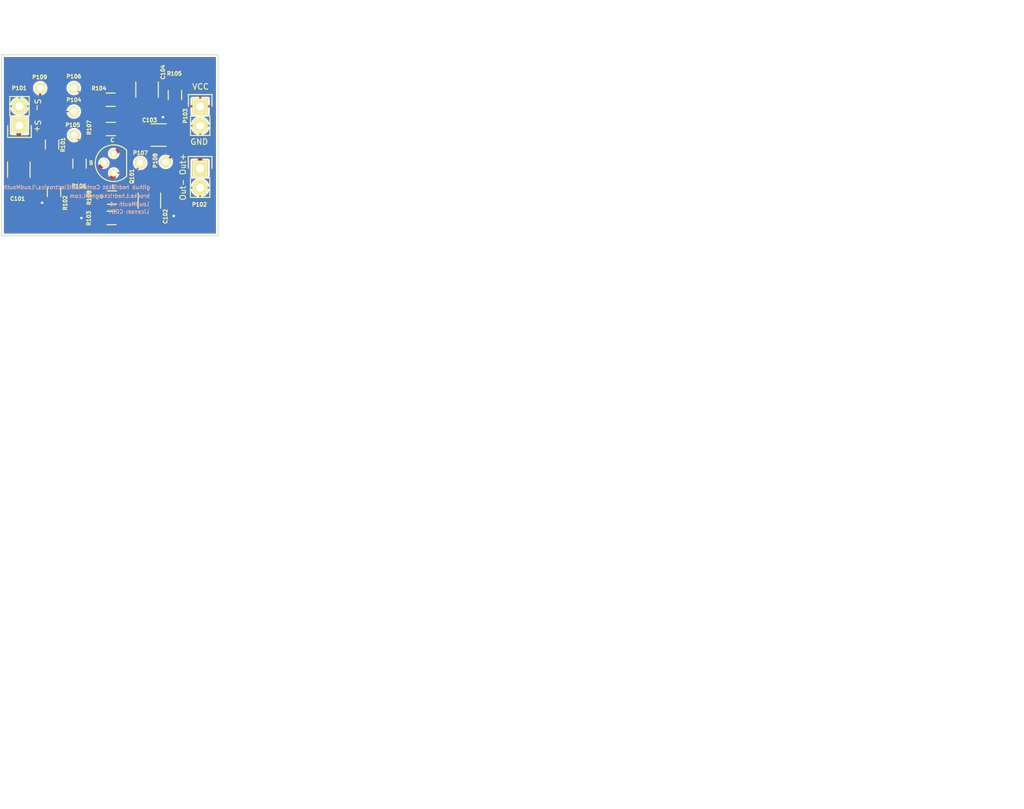
<source format=kicad_pcb>
(kicad_pcb (version 4) (host pcbnew 4.0.1-stable)

  (general
    (links 28)
    (no_connects 0)
    (area 137.768434 88.39 271.835714 194.26)
    (thickness 1.6)
    (drawings 18)
    (tracks 74)
    (zones 0)
    (modules 22)
    (nets 12)
  )

  (page A4)
  (layers
    (0 F.Cu signal)
    (31 B.Cu signal)
    (32 B.Adhes user)
    (33 F.Adhes user)
    (34 B.Paste user)
    (35 F.Paste user)
    (36 B.SilkS user)
    (37 F.SilkS user)
    (38 B.Mask user)
    (39 F.Mask user)
    (40 Dwgs.User user)
    (41 Cmts.User user)
    (42 Eco1.User user)
    (43 Eco2.User user)
    (44 Edge.Cuts user)
    (45 Margin user)
    (46 B.CrtYd user)
    (47 F.CrtYd user)
    (48 B.Fab user)
    (49 F.Fab user)
  )

  (setup
    (last_trace_width 0.1524)
    (user_trace_width 0.3048)
    (user_trace_width 0.6096)
    (trace_clearance 0.1524)
    (zone_clearance 0.254)
    (zone_45_only no)
    (trace_min 0.1524)
    (segment_width 0.2)
    (edge_width 0.1)
    (via_size 0.6858)
    (via_drill 0.3302)
    (via_min_size 0.6858)
    (via_min_drill 0.3302)
    (uvia_size 0.2794)
    (uvia_drill 0.0762)
    (uvias_allowed no)
    (uvia_min_size 0.2794)
    (uvia_min_drill 0.0762)
    (pcb_text_width 0.3)
    (pcb_text_size 1.5 1.5)
    (mod_edge_width 0.15)
    (mod_text_size 0.5 0.5)
    (mod_text_width 0.125)
    (pad_size 1.5 1.5)
    (pad_drill 0.6)
    (pad_to_mask_clearance 0)
    (aux_axis_origin 0 0)
    (grid_origin 112.37 65.39)
    (visible_elements 7FFFFFFF)
    (pcbplotparams
      (layerselection 0x010f0_80000001)
      (usegerberextensions true)
      (excludeedgelayer true)
      (linewidth 0.100000)
      (plotframeref false)
      (viasonmask true)
      (mode 1)
      (useauxorigin false)
      (hpglpennumber 1)
      (hpglpenspeed 20)
      (hpglpendiameter 15)
      (hpglpenoverlay 2)
      (psnegative false)
      (psa4output false)
      (plotreference true)
      (plotvalue false)
      (plotinvisibletext false)
      (padsonsilk false)
      (subtractmaskfromsilk false)
      (outputformat 1)
      (mirror false)
      (drillshape 0)
      (scaleselection 1)
      (outputdirectory ../gerber/v1/))
  )

  (net 0 "")
  (net 1 "Net-(C101-Pad1)")
  (net 2 /VIN)
  (net 3 GND)
  (net 4 "Net-(C102-Pad2)")
  (net 5 /VOUT)
  (net 6 "Net-(C103-Pad2)")
  (net 7 "Net-(C104-Pad2)")
  (net 8 /VCC)
  (net 9 "Net-(P107-Pad1)")
  (net 10 "Net-(Q101-Pad2)")
  (net 11 "Net-(Q101-Pad3)")

  (net_class Default "This is the default net class."
    (clearance 0.1524)
    (trace_width 0.1524)
    (via_dia 0.6858)
    (via_drill 0.3302)
    (uvia_dia 0.2794)
    (uvia_drill 0.0762)
    (add_net GND)
    (add_net "Net-(C101-Pad1)")
    (add_net "Net-(C102-Pad2)")
    (add_net "Net-(C103-Pad2)")
    (add_net "Net-(C104-Pad2)")
    (add_net "Net-(P107-Pad1)")
    (add_net "Net-(Q101-Pad2)")
    (add_net "Net-(Q101-Pad3)")
  )

  (net_class PWR ""
    (clearance 0.1524)
    (trace_width 0.6096)
    (via_dia 0.6858)
    (via_drill 0.3302)
    (uvia_dia 0.2794)
    (uvia_drill 0.0762)
    (add_net /VCC)
    (add_net /VIN)
    (add_net /VOUT)
  )

  (module Capacitors_SMD:C_1210_HandSoldering (layer F.Cu) (tedit 5601ED14) (tstamp 55FB4D97)
    (at 140.31 110.63 90)
    (descr "Capacitor SMD 1210, hand soldering")
    (tags "capacitor 1210")
    (path /55F618E7)
    (attr smd)
    (fp_text reference C101 (at -3.81 -0.16 180) (layer F.SilkS)
      (effects (font (size 0.5 0.5) (thickness 0.125)))
    )
    (fp_text value .82uf (at -0.07 -0.05 90) (layer F.Fab)
      (effects (font (size 0.5 0.5) (thickness 0.125)))
    )
    (fp_line (start -3.3 -1.6) (end 3.3 -1.6) (layer F.CrtYd) (width 0.05))
    (fp_line (start -3.3 1.6) (end 3.3 1.6) (layer F.CrtYd) (width 0.05))
    (fp_line (start -3.3 -1.6) (end -3.3 1.6) (layer F.CrtYd) (width 0.05))
    (fp_line (start 3.3 -1.6) (end 3.3 1.6) (layer F.CrtYd) (width 0.05))
    (fp_line (start 1 -1.475) (end -1 -1.475) (layer F.SilkS) (width 0.15))
    (fp_line (start -1 1.475) (end 1 1.475) (layer F.SilkS) (width 0.15))
    (pad 1 smd rect (at -2 0 90) (size 2 2.5) (layers F.Cu F.Paste F.Mask)
      (net 1 "Net-(C101-Pad1)"))
    (pad 2 smd rect (at 2 0 90) (size 2 2.5) (layers F.Cu F.Paste F.Mask)
      (net 2 /VIN))
    (model Capacitors_SMD.3dshapes/C_1210_HandSoldering.wrl
      (at (xyz 0 0 0))
      (scale (xyz 1 1 1))
      (rotate (xyz 0 0 0))
    )
  )

  (module Capacitors_SMD:C_1210_HandSoldering (layer F.Cu) (tedit 5601ED03) (tstamp 55FB4D9D)
    (at 157.41 114.69 90)
    (descr "Capacitor SMD 1210, hand soldering")
    (tags "capacitor 1210")
    (path /55F61E1D)
    (attr smd)
    (fp_text reference C102 (at -2.06 2.1 90) (layer F.SilkS)
      (effects (font (size 0.5 0.5) (thickness 0.125)))
    )
    (fp_text value .82uf (at -0.07 0.17 90) (layer F.Fab)
      (effects (font (size 0.5 0.5) (thickness 0.125)))
    )
    (fp_line (start -3.3 -1.6) (end 3.3 -1.6) (layer F.CrtYd) (width 0.05))
    (fp_line (start -3.3 1.6) (end 3.3 1.6) (layer F.CrtYd) (width 0.05))
    (fp_line (start -3.3 -1.6) (end -3.3 1.6) (layer F.CrtYd) (width 0.05))
    (fp_line (start 3.3 -1.6) (end 3.3 1.6) (layer F.CrtYd) (width 0.05))
    (fp_line (start 1 -1.475) (end -1 -1.475) (layer F.SilkS) (width 0.15))
    (fp_line (start -1 1.475) (end 1 1.475) (layer F.SilkS) (width 0.15))
    (pad 1 smd rect (at -2 0 90) (size 2 2.5) (layers F.Cu F.Paste F.Mask)
      (net 3 GND))
    (pad 2 smd rect (at 2 0 90) (size 2 2.5) (layers F.Cu F.Paste F.Mask)
      (net 4 "Net-(C102-Pad2)"))
    (model Capacitors_SMD.3dshapes/C_1210_HandSoldering.wrl
      (at (xyz 0 0 0))
      (scale (xyz 1 1 1))
      (rotate (xyz 0 0 0))
    )
  )

  (module Capacitors_SMD:C_1210_HandSoldering (layer F.Cu) (tedit 5601ED81) (tstamp 55FB4DA3)
    (at 158.62 106.09 180)
    (descr "Capacitor SMD 1210, hand soldering")
    (tags "capacitor 1210")
    (path /55F628EE)
    (attr smd)
    (fp_text reference C103 (at 1.18 1.96 180) (layer F.SilkS)
      (effects (font (size 0.5 0.5) (thickness 0.125)))
    )
    (fp_text value .82uf (at 0.09 0.03 180) (layer F.Fab)
      (effects (font (size 0.5 0.5) (thickness 0.125)))
    )
    (fp_line (start -3.3 -1.6) (end 3.3 -1.6) (layer F.CrtYd) (width 0.05))
    (fp_line (start -3.3 1.6) (end 3.3 1.6) (layer F.CrtYd) (width 0.05))
    (fp_line (start -3.3 -1.6) (end -3.3 1.6) (layer F.CrtYd) (width 0.05))
    (fp_line (start 3.3 -1.6) (end 3.3 1.6) (layer F.CrtYd) (width 0.05))
    (fp_line (start 1 -1.475) (end -1 -1.475) (layer F.SilkS) (width 0.15))
    (fp_line (start -1 1.475) (end 1 1.475) (layer F.SilkS) (width 0.15))
    (pad 1 smd rect (at -2 0 180) (size 2 2.5) (layers F.Cu F.Paste F.Mask)
      (net 5 /VOUT))
    (pad 2 smd rect (at 2 0 180) (size 2 2.5) (layers F.Cu F.Paste F.Mask)
      (net 6 "Net-(C103-Pad2)"))
    (model Capacitors_SMD.3dshapes/C_1210_HandSoldering.wrl
      (at (xyz 0 0 0))
      (scale (xyz 1 1 1))
      (rotate (xyz 0 0 0))
    )
  )

  (module Capacitors_SMD:C_1210_HandSoldering (layer F.Cu) (tedit 5601ED85) (tstamp 5601ED9F)
    (at 157.11 100.14 90)
    (descr "Capacitor SMD 1210, hand soldering")
    (tags "capacitor 1210")
    (path /55F62171)
    (attr smd)
    (fp_text reference C104 (at 2.3 2.08 90) (layer F.SilkS)
      (effects (font (size 0.5 0.5) (thickness 0.125)))
    )
    (fp_text value .82uf (at -0.16 -0.12 90) (layer F.Fab)
      (effects (font (size 0.5 0.5) (thickness 0.125)))
    )
    (fp_line (start -3.3 -1.6) (end 3.3 -1.6) (layer F.CrtYd) (width 0.05))
    (fp_line (start -3.3 1.6) (end 3.3 1.6) (layer F.CrtYd) (width 0.05))
    (fp_line (start -3.3 -1.6) (end -3.3 1.6) (layer F.CrtYd) (width 0.05))
    (fp_line (start 3.3 -1.6) (end 3.3 1.6) (layer F.CrtYd) (width 0.05))
    (fp_line (start 1 -1.475) (end -1 -1.475) (layer F.SilkS) (width 0.15))
    (fp_line (start -1 1.475) (end 1 1.475) (layer F.SilkS) (width 0.15))
    (pad 1 smd rect (at -2 0 90) (size 2 2.5) (layers F.Cu F.Paste F.Mask)
      (net 3 GND))
    (pad 2 smd rect (at 2 0 90) (size 2 2.5) (layers F.Cu F.Paste F.Mask)
      (net 7 "Net-(C104-Pad2)"))
    (model Capacitors_SMD.3dshapes/C_1210_HandSoldering.wrl
      (at (xyz 0 0 0))
      (scale (xyz 1 1 1))
      (rotate (xyz 0 0 0))
    )
  )

  (module Pin_Headers:Pin_Header_Straight_1x02 (layer F.Cu) (tedit 55FB8177) (tstamp 55FB4DAF)
    (at 140.4 104.85 180)
    (descr "Through hole pin header")
    (tags "pin header")
    (path /55F616FD)
    (fp_text reference P101 (at 0.04 4.91 180) (layer F.SilkS)
      (effects (font (size 0.5 0.5) (thickness 0.125)))
    )
    (fp_text value CONN_01X02 (at 0 -3.1 180) (layer F.Fab)
      (effects (font (size 0.5 0.5) (thickness 0.125)))
    )
    (fp_line (start 1.27 1.27) (end 1.27 3.81) (layer F.SilkS) (width 0.15))
    (fp_line (start 1.55 -1.55) (end 1.55 0) (layer F.SilkS) (width 0.15))
    (fp_line (start -1.75 -1.75) (end -1.75 4.3) (layer F.CrtYd) (width 0.05))
    (fp_line (start 1.75 -1.75) (end 1.75 4.3) (layer F.CrtYd) (width 0.05))
    (fp_line (start -1.75 -1.75) (end 1.75 -1.75) (layer F.CrtYd) (width 0.05))
    (fp_line (start -1.75 4.3) (end 1.75 4.3) (layer F.CrtYd) (width 0.05))
    (fp_line (start 1.27 1.27) (end -1.27 1.27) (layer F.SilkS) (width 0.15))
    (fp_line (start -1.55 0) (end -1.55 -1.55) (layer F.SilkS) (width 0.15))
    (fp_line (start -1.55 -1.55) (end 1.55 -1.55) (layer F.SilkS) (width 0.15))
    (fp_line (start -1.27 1.27) (end -1.27 3.81) (layer F.SilkS) (width 0.15))
    (fp_line (start -1.27 3.81) (end 1.27 3.81) (layer F.SilkS) (width 0.15))
    (pad 1 thru_hole rect (at 0 0 180) (size 2.032 2.032) (drill 1.016) (layers *.Cu *.Mask F.SilkS)
      (net 2 /VIN))
    (pad 2 thru_hole oval (at 0 2.54 180) (size 2.032 2.032) (drill 1.016) (layers *.Cu *.Mask F.SilkS)
      (net 3 GND))
    (model Pin_Headers.3dshapes/Pin_Header_Straight_1x02.wrl
      (at (xyz 0 -0.05 0))
      (scale (xyz 1 1 1))
      (rotate (xyz 0 0 90))
    )
  )

  (module Pin_Headers:Pin_Header_Straight_1x02 (layer F.Cu) (tedit 5601EDB4) (tstamp 55FB4DB5)
    (at 164.06 110.45)
    (descr "Through hole pin header")
    (tags "pin header")
    (path /55F61F40)
    (fp_text reference P102 (at -0.09 4.75) (layer F.SilkS)
      (effects (font (size 0.5 0.5) (thickness 0.125)))
    )
    (fp_text value CONN_01X02 (at 1.71 1.67 90) (layer F.Fab)
      (effects (font (size 0.5 0.5) (thickness 0.125)))
    )
    (fp_line (start 1.27 1.27) (end 1.27 3.81) (layer F.SilkS) (width 0.15))
    (fp_line (start 1.55 -1.55) (end 1.55 0) (layer F.SilkS) (width 0.15))
    (fp_line (start -1.75 -1.75) (end -1.75 4.3) (layer F.CrtYd) (width 0.05))
    (fp_line (start 1.75 -1.75) (end 1.75 4.3) (layer F.CrtYd) (width 0.05))
    (fp_line (start -1.75 -1.75) (end 1.75 -1.75) (layer F.CrtYd) (width 0.05))
    (fp_line (start -1.75 4.3) (end 1.75 4.3) (layer F.CrtYd) (width 0.05))
    (fp_line (start 1.27 1.27) (end -1.27 1.27) (layer F.SilkS) (width 0.15))
    (fp_line (start -1.55 0) (end -1.55 -1.55) (layer F.SilkS) (width 0.15))
    (fp_line (start -1.55 -1.55) (end 1.55 -1.55) (layer F.SilkS) (width 0.15))
    (fp_line (start -1.27 1.27) (end -1.27 3.81) (layer F.SilkS) (width 0.15))
    (fp_line (start -1.27 3.81) (end 1.27 3.81) (layer F.SilkS) (width 0.15))
    (pad 1 thru_hole rect (at 0 0) (size 2.032 2.032) (drill 1.016) (layers *.Cu *.Mask F.SilkS)
      (net 5 /VOUT))
    (pad 2 thru_hole oval (at 0 2.54) (size 2.032 2.032) (drill 1.016) (layers *.Cu *.Mask F.SilkS)
      (net 3 GND))
    (model Pin_Headers.3dshapes/Pin_Header_Straight_1x02.wrl
      (at (xyz 0 -0.05 0))
      (scale (xyz 1 1 1))
      (rotate (xyz 0 0 90))
    )
  )

  (module Pin_Headers:Pin_Header_Straight_1x02 (layer F.Cu) (tedit 5601EDAB) (tstamp 55FB4DBB)
    (at 164.07 102.33)
    (descr "Through hole pin header")
    (tags "pin header")
    (path /55F623DC)
    (fp_text reference P103 (at -1.95 1.26 90) (layer F.SilkS)
      (effects (font (size 0.5 0.5) (thickness 0.125)))
    )
    (fp_text value CONN_01X02 (at 1.7 1.45 90) (layer F.Fab)
      (effects (font (size 0.5 0.5) (thickness 0.125)))
    )
    (fp_line (start 1.27 1.27) (end 1.27 3.81) (layer F.SilkS) (width 0.15))
    (fp_line (start 1.55 -1.55) (end 1.55 0) (layer F.SilkS) (width 0.15))
    (fp_line (start -1.75 -1.75) (end -1.75 4.3) (layer F.CrtYd) (width 0.05))
    (fp_line (start 1.75 -1.75) (end 1.75 4.3) (layer F.CrtYd) (width 0.05))
    (fp_line (start -1.75 -1.75) (end 1.75 -1.75) (layer F.CrtYd) (width 0.05))
    (fp_line (start -1.75 4.3) (end 1.75 4.3) (layer F.CrtYd) (width 0.05))
    (fp_line (start 1.27 1.27) (end -1.27 1.27) (layer F.SilkS) (width 0.15))
    (fp_line (start -1.55 0) (end -1.55 -1.55) (layer F.SilkS) (width 0.15))
    (fp_line (start -1.55 -1.55) (end 1.55 -1.55) (layer F.SilkS) (width 0.15))
    (fp_line (start -1.27 1.27) (end -1.27 3.81) (layer F.SilkS) (width 0.15))
    (fp_line (start -1.27 3.81) (end 1.27 3.81) (layer F.SilkS) (width 0.15))
    (pad 1 thru_hole rect (at 0 0) (size 2.032 2.032) (drill 1.016) (layers *.Cu *.Mask F.SilkS)
      (net 8 /VCC))
    (pad 2 thru_hole oval (at 0 2.54) (size 2.032 2.032) (drill 1.016) (layers *.Cu *.Mask F.SilkS)
      (net 3 GND))
    (model Pin_Headers.3dshapes/Pin_Header_Straight_1x02.wrl
      (at (xyz 0 -0.05 0))
      (scale (xyz 1 1 1))
      (rotate (xyz 0 0 90))
    )
  )

  (module pcb:TESTPOINT_1 (layer F.Cu) (tedit 5562453A) (tstamp 55FB4DC0)
    (at 147.52 103.01)
    (descr "Connecteurs 2 pins")
    (tags "CONN DEV")
    (path /55F8CA0C)
    (fp_text reference P104 (at 0 -1.524) (layer F.SilkS)
      (effects (font (size 0.5 0.5) (thickness 0.125)))
    )
    (fp_text value "TP RES" (at 0.127 1.524) (layer F.Fab)
      (effects (font (size 0.5 0.5) (thickness 0.125)))
    )
    (pad 1 thru_hole circle (at 0 0) (size 1.397 1.397) (drill 0.8128) (layers *.Cu *.Mask F.SilkS)
      (net 7 "Net-(C104-Pad2)"))
    (model Connect.3dshapes/TESTPOINT.wrl
      (at (xyz 0 0 0))
      (scale (xyz 1 1 1))
      (rotate (xyz 0 0 0))
    )
  )

  (module pcb:TESTPOINT_1 (layer F.Cu) (tedit 55FB7E7E) (tstamp 55FB4DC5)
    (at 147.54 106.1)
    (descr "Connecteurs 2 pins")
    (tags "CONN DEV")
    (path /55F8C620)
    (fp_text reference P105 (at -0.16 -1.33) (layer F.SilkS)
      (effects (font (size 0.5 0.5) (thickness 0.125)))
    )
    (fp_text value "TP BAS" (at 0.127 1.524) (layer F.Fab)
      (effects (font (size 0.5 0.5) (thickness 0.125)))
    )
    (pad 1 thru_hole circle (at 0 0) (size 1.397 1.397) (drill 0.8128) (layers *.Cu *.Mask F.SilkS)
      (net 1 "Net-(C101-Pad1)"))
    (model Connect.3dshapes/TESTPOINT.wrl
      (at (xyz 0 0 0))
      (scale (xyz 1 1 1))
      (rotate (xyz 0 0 0))
    )
  )

  (module pcb:TESTPOINT_1 (layer F.Cu) (tedit 5562453A) (tstamp 55FB4DCA)
    (at 147.52 99.93)
    (descr "Connecteurs 2 pins")
    (tags "CONN DEV")
    (path /55F8C8BC)
    (fp_text reference P106 (at 0 -1.524) (layer F.SilkS)
      (effects (font (size 0.5 0.5) (thickness 0.125)))
    )
    (fp_text value "TP COLL" (at 0.127 1.524) (layer F.Fab)
      (effects (font (size 0.5 0.5) (thickness 0.125)))
    )
    (pad 1 thru_hole circle (at 0 0) (size 1.397 1.397) (drill 0.8128) (layers *.Cu *.Mask F.SilkS)
      (net 6 "Net-(C103-Pad2)"))
    (model Connect.3dshapes/TESTPOINT.wrl
      (at (xyz 0 0 0))
      (scale (xyz 1 1 1))
      (rotate (xyz 0 0 0))
    )
  )

  (module pcb:TESTPOINT_1 (layer F.Cu) (tedit 55FB836D) (tstamp 55FB4DCF)
    (at 156.22 109.74)
    (descr "Connecteurs 2 pins")
    (tags "CONN DEV")
    (path /55F8C819)
    (fp_text reference P107 (at 0.02 -1.31) (layer F.SilkS)
      (effects (font (size 0.5 0.5) (thickness 0.125)))
    )
    (fp_text value "TP EM" (at 0.127 1.524) (layer F.Fab)
      (effects (font (size 0.5 0.5) (thickness 0.125)))
    )
    (pad 1 thru_hole circle (at 0 0) (size 1.397 1.397) (drill 0.8128) (layers *.Cu *.Mask F.SilkS)
      (net 9 "Net-(P107-Pad1)"))
    (model Connect.3dshapes/TESTPOINT.wrl
      (at (xyz 0 0 0))
      (scale (xyz 1 1 1))
      (rotate (xyz 0 0 0))
    )
  )

  (module pcb:TESTPOINT_1 (layer F.Cu) (tedit 55FB8253) (tstamp 55FB4DD4)
    (at 159.55 109.61)
    (descr "Connecteurs 2 pins")
    (tags "CONN DEV")
    (path /55F8D992)
    (fp_text reference P108 (at -1.37 -0.17 90) (layer F.SilkS)
      (effects (font (size 0.5 0.5) (thickness 0.125)))
    )
    (fp_text value "TP AMPDN" (at 0.127 1.524) (layer F.Fab)
      (effects (font (size 0.5 0.5) (thickness 0.125)))
    )
    (pad 1 thru_hole circle (at 0 0) (size 1.397 1.397) (drill 0.8128) (layers *.Cu *.Mask F.SilkS)
      (net 5 /VOUT))
    (model Connect.3dshapes/TESTPOINT.wrl
      (at (xyz 0 0 0))
      (scale (xyz 1 1 1))
      (rotate (xyz 0 0 0))
    )
  )

  (module Housings_TO-92:TO-92_Molded_Narrow (layer F.Cu) (tedit 5601ED2B) (tstamp 55FB4DDB)
    (at 152.73 111.05 90)
    (descr "TO-92 leads molded, narrow, drill 0.6mm (see NXP sot054_po.pdf)")
    (tags "to-92 sc-43 sc-43a sot54 PA33 transistor")
    (path /55F61C9F)
    (fp_text reference Q101 (at -0.46 2.39 90) (layer F.SilkS)
      (effects (font (size 0.5 0.5) (thickness 0.125)))
    )
    (fp_text value NPN (at 1.26 1.36 90) (layer F.Fab)
      (effects (font (size 0.5 0.5) (thickness 0.125)))
    )
    (fp_line (start -1.4 1.95) (end -1.4 -2.65) (layer F.CrtYd) (width 0.05))
    (fp_line (start -1.4 1.95) (end 3.9 1.95) (layer F.CrtYd) (width 0.05))
    (fp_line (start -0.43 1.7) (end 2.97 1.7) (layer F.SilkS) (width 0.15))
    (fp_arc (start 1.27 0) (end 1.27 -2.4) (angle -135) (layer F.SilkS) (width 0.15))
    (fp_arc (start 1.27 0) (end 1.27 -2.4) (angle 135) (layer F.SilkS) (width 0.15))
    (fp_line (start -1.4 -2.65) (end 3.9 -2.65) (layer F.CrtYd) (width 0.05))
    (fp_line (start 3.9 1.95) (end 3.9 -2.65) (layer F.CrtYd) (width 0.05))
    (pad 2 thru_hole circle (at 1.27 -1.27 180) (size 1.00076 1.00076) (drill 0.6) (layers *.Cu *.Mask F.SilkS)
      (net 10 "Net-(Q101-Pad2)"))
    (pad 3 thru_hole circle (at 2.54 0 180) (size 1.00076 1.00076) (drill 0.6) (layers *.Cu *.Mask F.SilkS)
      (net 11 "Net-(Q101-Pad3)"))
    (pad 1 thru_hole circle (at 0 0 180) (size 1.00076 1.00076) (drill 0.6) (layers *.Cu *.Mask F.SilkS)
      (net 9 "Net-(P107-Pad1)"))
    (model Housings_TO-92.3dshapes/TO-92_Molded_Narrow.wrl
      (at (xyz 0.05 0 0))
      (scale (xyz 1 1 1))
      (rotate (xyz 0 0 -90))
    )
  )

  (module Resistors_SMD:R_0805_HandSoldering (layer F.Cu) (tedit 5601ED19) (tstamp 55FB4DE1)
    (at 144.67 107.34 270)
    (descr "Resistor SMD 0805, hand soldering")
    (tags "resistor 0805")
    (path /55F619B3)
    (attr smd)
    (fp_text reference R101 (at 0.03 -1.42 270) (layer F.SilkS)
      (effects (font (size 0.5 0.5) (thickness 0.125)))
    )
    (fp_text value 82k (at 0.03 0 270) (layer F.Fab)
      (effects (font (size 0.5 0.5) (thickness 0.125)))
    )
    (fp_line (start -2.4 -1) (end 2.4 -1) (layer F.CrtYd) (width 0.05))
    (fp_line (start -2.4 1) (end 2.4 1) (layer F.CrtYd) (width 0.05))
    (fp_line (start -2.4 -1) (end -2.4 1) (layer F.CrtYd) (width 0.05))
    (fp_line (start 2.4 -1) (end 2.4 1) (layer F.CrtYd) (width 0.05))
    (fp_line (start 0.6 0.875) (end -0.6 0.875) (layer F.SilkS) (width 0.15))
    (fp_line (start -0.6 -0.875) (end 0.6 -0.875) (layer F.SilkS) (width 0.15))
    (pad 1 smd rect (at -1.35 0 270) (size 1.5 1.3) (layers F.Cu F.Paste F.Mask)
      (net 7 "Net-(C104-Pad2)"))
    (pad 2 smd rect (at 1.35 0 270) (size 1.5 1.3) (layers F.Cu F.Paste F.Mask)
      (net 1 "Net-(C101-Pad1)"))
    (model Resistors_SMD.3dshapes/R_0805_HandSoldering.wrl
      (at (xyz 0 0 0))
      (scale (xyz 1 1 1))
      (rotate (xyz 0 0 0))
    )
  )

  (module Resistors_SMD:R_0805_HandSoldering (layer F.Cu) (tedit 5601ED10) (tstamp 55FB4DE7)
    (at 144.93 113.56 270)
    (descr "Resistor SMD 0805, hand soldering")
    (tags "resistor 0805")
    (path /55F61A33)
    (attr smd)
    (fp_text reference R102 (at 1.43 -1.45 270) (layer F.SilkS)
      (effects (font (size 0.5 0.5) (thickness 0.125)))
    )
    (fp_text value 39k (at 0.02 -0.02 270) (layer F.Fab)
      (effects (font (size 0.5 0.5) (thickness 0.125)))
    )
    (fp_line (start -2.4 -1) (end 2.4 -1) (layer F.CrtYd) (width 0.05))
    (fp_line (start -2.4 1) (end 2.4 1) (layer F.CrtYd) (width 0.05))
    (fp_line (start -2.4 -1) (end -2.4 1) (layer F.CrtYd) (width 0.05))
    (fp_line (start 2.4 -1) (end 2.4 1) (layer F.CrtYd) (width 0.05))
    (fp_line (start 0.6 0.875) (end -0.6 0.875) (layer F.SilkS) (width 0.15))
    (fp_line (start -0.6 -0.875) (end 0.6 -0.875) (layer F.SilkS) (width 0.15))
    (pad 1 smd rect (at -1.35 0 270) (size 1.5 1.3) (layers F.Cu F.Paste F.Mask)
      (net 1 "Net-(C101-Pad1)"))
    (pad 2 smd rect (at 1.35 0 270) (size 1.5 1.3) (layers F.Cu F.Paste F.Mask)
      (net 3 GND))
    (model Resistors_SMD.3dshapes/R_0805_HandSoldering.wrl
      (at (xyz 0 0 0))
      (scale (xyz 1 1 1))
      (rotate (xyz 0 0 0))
    )
  )

  (module Resistors_SMD:R_0805_HandSoldering (layer F.Cu) (tedit 5601ED06) (tstamp 55FB4DED)
    (at 152.45 116.96 180)
    (descr "Resistor SMD 0805, hand soldering")
    (tags "resistor 0805")
    (path /55F61B02)
    (attr smd)
    (fp_text reference R103 (at 2.97 -0.04 270) (layer F.SilkS)
      (effects (font (size 0.5 0.5) (thickness 0.125)))
    )
    (fp_text value 4.7k (at -0.03 2.66 180) (layer F.Fab)
      (effects (font (size 0.5 0.5) (thickness 0.125)))
    )
    (fp_line (start -2.4 -1) (end 2.4 -1) (layer F.CrtYd) (width 0.05))
    (fp_line (start -2.4 1) (end 2.4 1) (layer F.CrtYd) (width 0.05))
    (fp_line (start -2.4 -1) (end -2.4 1) (layer F.CrtYd) (width 0.05))
    (fp_line (start 2.4 -1) (end 2.4 1) (layer F.CrtYd) (width 0.05))
    (fp_line (start 0.6 0.875) (end -0.6 0.875) (layer F.SilkS) (width 0.15))
    (fp_line (start -0.6 -0.875) (end 0.6 -0.875) (layer F.SilkS) (width 0.15))
    (pad 1 smd rect (at -1.35 0 180) (size 1.5 1.3) (layers F.Cu F.Paste F.Mask)
      (net 4 "Net-(C102-Pad2)"))
    (pad 2 smd rect (at 1.35 0 180) (size 1.5 1.3) (layers F.Cu F.Paste F.Mask)
      (net 3 GND))
    (model Resistors_SMD.3dshapes/R_0805_HandSoldering.wrl
      (at (xyz 0 0 0))
      (scale (xyz 1 1 1))
      (rotate (xyz 0 0 0))
    )
  )

  (module Resistors_SMD:R_0805_HandSoldering (layer F.Cu) (tedit 5601ECFC) (tstamp 55FB4DF3)
    (at 152.34 101.46 180)
    (descr "Resistor SMD 0805, hand soldering")
    (tags "resistor 0805")
    (path /55F61A9F)
    (attr smd)
    (fp_text reference R104 (at 1.53 1.49 180) (layer F.SilkS)
      (effects (font (size 0.5 0.5) (thickness 0.125)))
    )
    (fp_text value 6.8k (at 0.13 0.04 180) (layer F.Fab)
      (effects (font (size 0.5 0.5) (thickness 0.125)))
    )
    (fp_line (start -2.4 -1) (end 2.4 -1) (layer F.CrtYd) (width 0.05))
    (fp_line (start -2.4 1) (end 2.4 1) (layer F.CrtYd) (width 0.05))
    (fp_line (start -2.4 -1) (end -2.4 1) (layer F.CrtYd) (width 0.05))
    (fp_line (start 2.4 -1) (end 2.4 1) (layer F.CrtYd) (width 0.05))
    (fp_line (start 0.6 0.875) (end -0.6 0.875) (layer F.SilkS) (width 0.15))
    (fp_line (start -0.6 -0.875) (end 0.6 -0.875) (layer F.SilkS) (width 0.15))
    (pad 1 smd rect (at -1.35 0 180) (size 1.5 1.3) (layers F.Cu F.Paste F.Mask)
      (net 7 "Net-(C104-Pad2)"))
    (pad 2 smd rect (at 1.35 0 180) (size 1.5 1.3) (layers F.Cu F.Paste F.Mask)
      (net 6 "Net-(C103-Pad2)"))
    (model Resistors_SMD.3dshapes/R_0805_HandSoldering.wrl
      (at (xyz 0 0 0))
      (scale (xyz 1 1 1))
      (rotate (xyz 0 0 0))
    )
  )

  (module Resistors_SMD:R_0805_HandSoldering (layer F.Cu) (tedit 5601ED95) (tstamp 55FB4DF9)
    (at 160.76 100.85 90)
    (descr "Resistor SMD 0805, hand soldering")
    (tags "resistor 0805")
    (path /55F6231B)
    (attr smd)
    (fp_text reference R105 (at 2.82 -0.08 180) (layer F.SilkS)
      (effects (font (size 0.5 0.5) (thickness 0.125)))
    )
    (fp_text value 33 (at 0.04 0.01 90) (layer F.Fab)
      (effects (font (size 0.5 0.5) (thickness 0.125)))
    )
    (fp_line (start -2.4 -1) (end 2.4 -1) (layer F.CrtYd) (width 0.05))
    (fp_line (start -2.4 1) (end 2.4 1) (layer F.CrtYd) (width 0.05))
    (fp_line (start -2.4 -1) (end -2.4 1) (layer F.CrtYd) (width 0.05))
    (fp_line (start 2.4 -1) (end 2.4 1) (layer F.CrtYd) (width 0.05))
    (fp_line (start 0.6 0.875) (end -0.6 0.875) (layer F.SilkS) (width 0.15))
    (fp_line (start -0.6 -0.875) (end 0.6 -0.875) (layer F.SilkS) (width 0.15))
    (pad 1 smd rect (at -1.35 0 90) (size 1.5 1.3) (layers F.Cu F.Paste F.Mask)
      (net 8 /VCC))
    (pad 2 smd rect (at 1.35 0 90) (size 1.5 1.3) (layers F.Cu F.Paste F.Mask)
      (net 7 "Net-(C104-Pad2)"))
    (model Resistors_SMD.3dshapes/R_0805_HandSoldering.wrl
      (at (xyz 0 0 0))
      (scale (xyz 1 1 1))
      (rotate (xyz 0 0 0))
    )
  )

  (module Resistors_SMD:R_0805_HandSoldering (layer F.Cu) (tedit 5601EDE2) (tstamp 55FB4DFF)
    (at 148.26 109.84 90)
    (descr "Resistor SMD 0805, hand soldering")
    (tags "resistor 0805")
    (path /55F8CE71)
    (attr smd)
    (fp_text reference R106 (at -2.94 -0.06 180) (layer F.SilkS)
      (effects (font (size 0.5 0.5) (thickness 0.125)))
    )
    (fp_text value 0 (at 0.04 0.03 90) (layer F.Fab)
      (effects (font (size 0.5 0.5) (thickness 0.125)))
    )
    (fp_line (start -2.4 -1) (end 2.4 -1) (layer F.CrtYd) (width 0.05))
    (fp_line (start -2.4 1) (end 2.4 1) (layer F.CrtYd) (width 0.05))
    (fp_line (start -2.4 -1) (end -2.4 1) (layer F.CrtYd) (width 0.05))
    (fp_line (start 2.4 -1) (end 2.4 1) (layer F.CrtYd) (width 0.05))
    (fp_line (start 0.6 0.875) (end -0.6 0.875) (layer F.SilkS) (width 0.15))
    (fp_line (start -0.6 -0.875) (end 0.6 -0.875) (layer F.SilkS) (width 0.15))
    (pad 1 smd rect (at -1.35 0 90) (size 1.5 1.3) (layers F.Cu F.Paste F.Mask)
      (net 10 "Net-(Q101-Pad2)"))
    (pad 2 smd rect (at 1.35 0 90) (size 1.5 1.3) (layers F.Cu F.Paste F.Mask)
      (net 1 "Net-(C101-Pad1)"))
    (model Resistors_SMD.3dshapes/R_0805_HandSoldering.wrl
      (at (xyz 0 0 0))
      (scale (xyz 1 1 1))
      (rotate (xyz 0 0 0))
    )
  )

  (module Resistors_SMD:R_0805_HandSoldering (layer F.Cu) (tedit 5601EDD4) (tstamp 55FB4E05)
    (at 152.38 105.3)
    (descr "Resistor SMD 0805, hand soldering")
    (tags "resistor 0805")
    (path /55F8D5BA)
    (attr smd)
    (fp_text reference R107 (at -2.86 -0.19 90) (layer F.SilkS)
      (effects (font (size 0.5 0.5) (thickness 0.125)))
    )
    (fp_text value 0 (at -0.06 0) (layer F.Fab)
      (effects (font (size 0.5 0.5) (thickness 0.125)))
    )
    (fp_line (start -2.4 -1) (end 2.4 -1) (layer F.CrtYd) (width 0.05))
    (fp_line (start -2.4 1) (end 2.4 1) (layer F.CrtYd) (width 0.05))
    (fp_line (start -2.4 -1) (end -2.4 1) (layer F.CrtYd) (width 0.05))
    (fp_line (start 2.4 -1) (end 2.4 1) (layer F.CrtYd) (width 0.05))
    (fp_line (start 0.6 0.875) (end -0.6 0.875) (layer F.SilkS) (width 0.15))
    (fp_line (start -0.6 -0.875) (end 0.6 -0.875) (layer F.SilkS) (width 0.15))
    (pad 1 smd rect (at -1.35 0) (size 1.5 1.3) (layers F.Cu F.Paste F.Mask)
      (net 6 "Net-(C103-Pad2)"))
    (pad 2 smd rect (at 1.35 0) (size 1.5 1.3) (layers F.Cu F.Paste F.Mask)
      (net 11 "Net-(Q101-Pad3)"))
    (model Resistors_SMD.3dshapes/R_0805_HandSoldering.wrl
      (at (xyz 0 0 0))
      (scale (xyz 1 1 1))
      (rotate (xyz 0 0 0))
    )
  )

  (module Resistors_SMD:R_0805_HandSoldering (layer F.Cu) (tedit 5601ED09) (tstamp 55FB4E0B)
    (at 152.53 114.29)
    (descr "Resistor SMD 0805, hand soldering")
    (tags "resistor 0805")
    (path /55F8D084)
    (attr smd)
    (fp_text reference R108 (at -3.01 0.01 90) (layer F.SilkS)
      (effects (font (size 0.5 0.5) (thickness 0.125)))
    )
    (fp_text value 0 (at -0.21 2.75) (layer F.Fab)
      (effects (font (size 0.5 0.5) (thickness 0.125)))
    )
    (fp_line (start -2.4 -1) (end 2.4 -1) (layer F.CrtYd) (width 0.05))
    (fp_line (start -2.4 1) (end 2.4 1) (layer F.CrtYd) (width 0.05))
    (fp_line (start -2.4 -1) (end -2.4 1) (layer F.CrtYd) (width 0.05))
    (fp_line (start 2.4 -1) (end 2.4 1) (layer F.CrtYd) (width 0.05))
    (fp_line (start 0.6 0.875) (end -0.6 0.875) (layer F.SilkS) (width 0.15))
    (fp_line (start -0.6 -0.875) (end 0.6 -0.875) (layer F.SilkS) (width 0.15))
    (pad 1 smd rect (at -1.35 0) (size 1.5 1.3) (layers F.Cu F.Paste F.Mask)
      (net 9 "Net-(P107-Pad1)"))
    (pad 2 smd rect (at 1.35 0) (size 1.5 1.3) (layers F.Cu F.Paste F.Mask)
      (net 4 "Net-(C102-Pad2)"))
    (model Resistors_SMD.3dshapes/R_0805_HandSoldering.wrl
      (at (xyz 0 0 0))
      (scale (xyz 1 1 1))
      (rotate (xyz 0 0 0))
    )
  )

  (module pcb:TESTPOINT_1 (layer F.Cu) (tedit 5601E864) (tstamp 5601E7F5)
    (at 143.11 99.95)
    (descr "Connecteurs 2 pins")
    (tags "CONN DEV")
    (path /5601E8DF)
    (fp_text reference P109 (at -0.07 -1.45) (layer F.SilkS)
      (effects (font (size 0.5 0.5) (thickness 0.125)))
    )
    (fp_text value "TP INP" (at 0.127 1.524) (layer F.Fab)
      (effects (font (size 0.5 0.5) (thickness 0.125)))
    )
    (pad 1 thru_hole circle (at 0 0) (size 1.397 1.397) (drill 0.8128) (layers *.Cu *.Mask F.SilkS)
      (net 2 /VIN))
    (model Connect.3dshapes/TESTPOINT.wrl
      (at (xyz 0 0 0))
      (scale (xyz 1 1 1))
      (rotate (xyz 0 0 0))
    )
  )

  (gr_text C (at 152.56 106.76) (layer F.SilkS)
    (effects (font (size 0.5 0.5) (thickness 0.125)))
  )
  (gr_text E (at 152.7 112.93) (layer F.SilkS)
    (effects (font (size 0.5 0.5) (thickness 0.125)))
  )
  (gr_text B (at 149.78 109.74) (layer F.SilkS)
    (effects (font (size 0.5 0.5) (thickness 0.125)))
  )
  (gr_text "License: CCBY" (at 154.72 116.13) (layer B.SilkS)
    (effects (font (size 0.5 0.5) (thickness 0.1)) (justify mirror))
  )
  (gr_text "LoudMouth v1" (at 154.8 115.14) (layer B.SilkS)
    (effects (font (size 0.5 0.5) (thickness 0.1)) (justify mirror))
  )
  (gr_text brooke.t.hedrick@gmail.com (at 152.21 114.07) (layer B.SilkS)
    (effects (font (size 0.5 0.5) (thickness 0.1)) (justify mirror))
  )
  (gr_text "github hedrickbt ContextualElectronics/LoudMouth" (at 147.91 112.93) (layer B.SilkS)
    (effects (font (size 0.5 0.5) (thickness 0.1)) (justify mirror))
  )
  (gr_line (start 166.42 95.57) (end 138.06 95.57) (angle 90) (layer Edge.Cuts) (width 0.1))
  (gr_line (start 166.42 119.3) (end 166.42 95.57) (angle 90) (layer Edge.Cuts) (width 0.1))
  (gr_line (start 138.06 119.3) (end 166.42 119.3) (angle 90) (layer Edge.Cuts) (width 0.1))
  (gr_line (start 138.06 95.57) (end 138.06 119.3) (angle 90) (layer Edge.Cuts) (width 0.1))
  (gr_text GND (at 163.94 106.98) (layer F.SilkS)
    (effects (font (size 0.75 0.75) (thickness 0.125)))
  )
  (gr_text VCC (at 164.12 99.75) (layer F.SilkS)
    (effects (font (size 0.75 0.75) (thickness 0.125)))
  )
  (gr_text Out- (at 161.81 113.24 90) (layer F.SilkS)
    (effects (font (size 0.75 0.75) (thickness 0.125)))
  )
  (gr_text Out+ (at 161.8 109.92 90) (layer F.SilkS)
    (effects (font (size 0.75 0.75) (thickness 0.125)))
  )
  (gr_text S+ (at 142.76 104.93 270) (layer F.SilkS)
    (effects (font (size 0.75 0.75) (thickness 0.125)))
  )
  (gr_text S- (at 142.76 102.15 270) (layer F.SilkS)
    (effects (font (size 0.75 0.75) (thickness 0.125)))
  )
  (gr_text v1 (at 270.4 193.06) (layer B.Fab)
    (effects (font (size 1.5 1.5) (thickness 0.3)))
  )

  (segment (start 148.26 108.49) (end 148.26 106.82) (width 0.1524) (layer F.Cu) (net 1))
  (segment (start 148.26 106.82) (end 147.54 106.1) (width 0.1524) (layer F.Cu) (net 1) (tstamp 55FB7E8E))
  (segment (start 148.26 108.49) (end 147.81 108.49) (width 0.6096) (layer F.Cu) (net 1))
  (segment (start 147.81 108.49) (end 145.96 110.34) (width 0.6096) (layer F.Cu) (net 1) (tstamp 55FB7E83))
  (segment (start 145.96 110.34) (end 144.67 110.34) (width 0.6096) (layer F.Cu) (net 1) (tstamp 55FB7E84))
  (segment (start 144.93 112.21) (end 144.93 111.04) (width 0.6096) (layer F.Cu) (net 1))
  (segment (start 144.93 111.04) (end 144.45 110.56) (width 0.6096) (layer F.Cu) (net 1) (tstamp 55FB7DE5))
  (segment (start 140.31 112.63) (end 140.7 112.63) (width 0.6096) (layer F.Cu) (net 1))
  (segment (start 140.7 112.63) (end 142.77 110.56) (width 0.6096) (layer F.Cu) (net 1) (tstamp 55FB7DDC))
  (segment (start 142.77 110.56) (end 144.45 110.56) (width 0.6096) (layer F.Cu) (net 1) (tstamp 55FB7DDD))
  (segment (start 144.45 110.56) (end 144.67 110.34) (width 0.6096) (layer F.Cu) (net 1) (tstamp 55FB7DDE))
  (segment (start 144.67 110.34) (end 144.67 108.69) (width 0.6096) (layer F.Cu) (net 1) (tstamp 55FB7DDF))
  (segment (start 143.11 99.95) (end 143.11 106.09) (width 0.3048) (layer F.Cu) (net 2))
  (segment (start 142.41 106.79) (end 140.31 106.79) (width 0.3048) (layer F.Cu) (net 2) (tstamp 5601E8E6))
  (segment (start 143.11 106.09) (end 142.41 106.79) (width 0.3048) (layer F.Cu) (net 2) (tstamp 5601E8E2))
  (segment (start 140.31 108.63) (end 140.31 106.79) (width 0.6096) (layer F.Cu) (net 2))
  (segment (start 140.31 106.79) (end 140.31 104.94) (width 0.6096) (layer F.Cu) (net 2) (tstamp 5601E8EB))
  (segment (start 140.31 104.94) (end 140.4 104.85) (width 0.6096) (layer F.Cu) (net 2) (tstamp 55FB7DD9))
  (segment (start 143.42 114.91) (end 143.36 114.97) (width 0.6096) (layer F.Cu) (net 3) (tstamp 55FB8468))
  (via (at 143.36 114.97) (size 0.6858) (layers F.Cu B.Cu) (net 3))
  (segment (start 144.93 114.91) (end 143.42 114.91) (width 0.6096) (layer F.Cu) (net 3))
  (via (at 160.61 116.69) (size 0.6858) (layers F.Cu B.Cu) (net 3))
  (segment (start 157.41 116.69) (end 160.61 116.69) (width 0.6096) (layer F.Cu) (net 3))
  (segment (start 148.53 116.96) (end 148.52 116.97) (width 0.6096) (layer F.Cu) (net 3) (tstamp 55FB84D2))
  (via (at 148.52 116.97) (size 0.6858) (layers F.Cu B.Cu) (net 3))
  (segment (start 151.1 116.96) (end 148.53 116.96) (width 0.6096) (layer F.Cu) (net 3))
  (via (at 159.19 103.75) (size 0.6858) (layers F.Cu B.Cu) (net 3))
  (segment (start 157.58 102.14) (end 159.19 103.75) (width 0.6096) (layer F.Cu) (net 3) (tstamp 55FB84E9))
  (segment (start 157.11 102.14) (end 157.58 102.14) (width 0.6096) (layer F.Cu) (net 3))
  (segment (start 153.88 114.29) (end 155.81 114.29) (width 0.6096) (layer F.Cu) (net 4))
  (segment (start 155.81 114.29) (end 157.41 112.69) (width 0.6096) (layer F.Cu) (net 4) (tstamp 55FB7EE7))
  (segment (start 153.8 116.96) (end 153.8 114.37) (width 0.6096) (layer F.Cu) (net 4))
  (segment (start 153.8 114.37) (end 153.88 114.29) (width 0.6096) (layer F.Cu) (net 4) (tstamp 55FB7EE4))
  (segment (start 160.62 106.09) (end 161.2 106.09) (width 0.6096) (layer F.Cu) (net 5))
  (segment (start 160.49 106.22) (end 160.62 106.09) (width 0.3048) (layer F.Cu) (net 5) (tstamp 55FB8093))
  (segment (start 164.06 109.03) (end 164.06 110.45) (width 0.6096) (layer F.Cu) (net 5) (tstamp 55FB86F4))
  (segment (start 161.12 106.09) (end 164.06 109.03) (width 0.6096) (layer F.Cu) (net 5) (tstamp 55FB86F0))
  (segment (start 160.62 106.09) (end 161.12 106.09) (width 0.6096) (layer F.Cu) (net 5))
  (segment (start 160.62 108.54) (end 159.55 109.61) (width 0.3048) (layer F.Cu) (net 5) (tstamp 55FB8718))
  (segment (start 160.62 106.09) (end 160.62 108.54) (width 0.3048) (layer F.Cu) (net 5))
  (segment (start 150.99 103.4) (end 154.66 103.4) (width 0.6096) (layer F.Cu) (net 6))
  (segment (start 154.66 103.4) (end 156.62 105.36) (width 0.6096) (layer F.Cu) (net 6) (tstamp 55FB8007))
  (segment (start 156.62 105.36) (end 156.62 106.09) (width 0.6096) (layer F.Cu) (net 6) (tstamp 55FB8008))
  (segment (start 150.99 101.46) (end 150.99 103.4) (width 0.6096) (layer F.Cu) (net 6))
  (segment (start 150.99 103.4) (end 150.99 105.26) (width 0.6096) (layer F.Cu) (net 6) (tstamp 55FB8005))
  (segment (start 150.99 105.26) (end 151.03 105.3) (width 0.6096) (layer F.Cu) (net 6) (tstamp 55FB7FA0))
  (segment (start 147.52 99.93) (end 147.69 99.93) (width 0.1524) (layer F.Cu) (net 6))
  (segment (start 147.69 99.93) (end 149.22 101.46) (width 0.1524) (layer F.Cu) (net 6) (tstamp 55FB7F59))
  (segment (start 149.22 101.46) (end 150.99 101.46) (width 0.1524) (layer F.Cu) (net 6) (tstamp 55FB7F5E))
  (segment (start 144.67 105.99) (end 144.67 100.61) (width 0.6096) (layer F.Cu) (net 7))
  (segment (start 152.94 98.31) (end 153.965 99.335) (width 0.6096) (layer F.Cu) (net 7) (tstamp 55FB8060))
  (segment (start 146.97 98.31) (end 152.94 98.31) (width 0.6096) (layer F.Cu) (net 7) (tstamp 55FB8049))
  (segment (start 144.67 100.61) (end 146.97 98.31) (width 0.6096) (layer F.Cu) (net 7) (tstamp 55FB802E))
  (segment (start 153.69 101.46) (end 153.69 99.61) (width 0.6096) (layer F.Cu) (net 7))
  (segment (start 153.69 99.61) (end 153.965 99.335) (width 0.6096) (layer F.Cu) (net 7) (tstamp 55FB8024))
  (segment (start 155.16 98.14) (end 157.11 98.14) (width 0.6096) (layer F.Cu) (net 7) (tstamp 55FB8025))
  (segment (start 153.965 99.335) (end 155.16 98.14) (width 0.6096) (layer F.Cu) (net 7) (tstamp 55FB8065))
  (segment (start 160.76 99.5) (end 158.47 99.5) (width 0.6096) (layer F.Cu) (net 7))
  (segment (start 158.47 99.5) (end 157.11 98.14) (width 0.6096) (layer F.Cu) (net 7) (tstamp 55FB7FBA))
  (segment (start 147.52 103.01) (end 145.64 103.01) (width 0.1524) (layer F.Cu) (net 7))
  (segment (start 144.67 103.98) (end 144.67 105.99) (width 0.1524) (layer F.Cu) (net 7) (tstamp 55FB7F4C))
  (segment (start 145.64 103.01) (end 144.67 103.98) (width 0.1524) (layer F.Cu) (net 7) (tstamp 55FB7F43))
  (segment (start 160.89 102.33) (end 160.76 102.2) (width 0.6096) (layer F.Cu) (net 8) (tstamp 55FB7FB7))
  (segment (start 152.73 111.05) (end 155.31 111.05) (width 0.1524) (layer F.Cu) (net 9))
  (segment (start 155.31 111.05) (end 156.22 110.14) (width 0.1524) (layer F.Cu) (net 9) (tstamp 55FB8079))
  (segment (start 156.22 110.14) (end 156.22 109.74) (width 0.1524) (layer F.Cu) (net 9) (tstamp 55FB807E))
  (segment (start 152.73 111.05) (end 152.73 111.47) (width 0.6096) (layer F.Cu) (net 9))
  (segment (start 152.73 111.47) (end 151.18 113.02) (width 0.6096) (layer F.Cu) (net 9) (tstamp 55FB7EC4))
  (segment (start 151.18 113.02) (end 151.18 114.29) (width 0.6096) (layer F.Cu) (net 9) (tstamp 55FB7EC6))
  (segment (start 148.26 111.19) (end 150.05 111.19) (width 0.6096) (layer F.Cu) (net 10))
  (segment (start 150.05 111.19) (end 151.46 109.78) (width 0.6096) (layer F.Cu) (net 10) (tstamp 55FB7EB3))
  (segment (start 152.73 108.51) (end 152.89 108.51) (width 0.6096) (layer F.Cu) (net 11))
  (segment (start 152.89 108.51) (end 153.73 107.67) (width 0.6096) (layer F.Cu) (net 11) (tstamp 55FB7EC9))
  (segment (start 153.73 107.67) (end 153.73 105.3) (width 0.6096) (layer F.Cu) (net 11) (tstamp 55FB7ECA))

  (zone (net 3) (net_name GND) (layer B.Cu) (tstamp 55FB7CFE) (hatch edge 0.508)
    (connect_pads (clearance 0.254))
    (min_thickness 0.1524)
    (fill yes (arc_segments 16) (thermal_gap 0.254) (thermal_bridge_width 0.254))
    (polygon
      (pts
        (xy 177.29 88.52) (xy 177.168142 88.526033) (xy 177.17 88.39)
      )
    )
  )
  (zone (net 8) (net_name /VCC) (layer F.Cu) (tstamp 55FB8670) (hatch edge 0.508)
    (connect_pads (clearance 0.254))
    (min_thickness 0.1524)
    (fill yes (arc_segments 16) (thermal_gap 0.254) (thermal_bridge_width 0.254))
    (polygon
      (pts
        (xy 138.12 95.63) (xy 138.12 119.24) (xy 166.36 119.24) (xy 166.36 95.63)
      )
    )
    (filled_polygon
      (pts
        (xy 166.0398 118.9198) (xy 138.4402 118.9198) (xy 138.4402 117.103301) (xy 147.846783 117.103301) (xy 147.949041 117.350783)
        (xy 148.138222 117.540294) (xy 148.385525 117.642983) (xy 148.653301 117.643217) (xy 148.769994 117.595) (xy 150.013331 117.595)
        (xy 150.013331 117.61) (xy 150.036356 117.732365) (xy 150.108673 117.844749) (xy 150.219017 117.920144) (xy 150.35 117.946669)
        (xy 151.85 117.946669) (xy 151.972365 117.923644) (xy 152.084749 117.851327) (xy 152.160144 117.740983) (xy 152.186669 117.61)
        (xy 152.186669 116.31) (xy 152.713331 116.31) (xy 152.713331 117.61) (xy 152.736356 117.732365) (xy 152.808673 117.844749)
        (xy 152.919017 117.920144) (xy 153.05 117.946669) (xy 154.55 117.946669) (xy 154.672365 117.923644) (xy 154.784749 117.851327)
        (xy 154.860144 117.740983) (xy 154.886669 117.61) (xy 154.886669 116.31) (xy 154.863644 116.187635) (xy 154.791327 116.075251)
        (xy 154.680983 115.999856) (xy 154.55 115.973331) (xy 154.435 115.973331) (xy 154.435 115.69) (xy 155.823331 115.69)
        (xy 155.823331 117.69) (xy 155.846356 117.812365) (xy 155.918673 117.924749) (xy 156.029017 118.000144) (xy 156.16 118.026669)
        (xy 158.66 118.026669) (xy 158.782365 118.003644) (xy 158.894749 117.931327) (xy 158.970144 117.820983) (xy 158.996669 117.69)
        (xy 158.996669 117.325) (xy 160.384052 117.325) (xy 160.475525 117.362983) (xy 160.743301 117.363217) (xy 160.990783 117.260959)
        (xy 161.180294 117.071778) (xy 161.282983 116.824475) (xy 161.283217 116.556699) (xy 161.180959 116.309217) (xy 160.991778 116.119706)
        (xy 160.744475 116.017017) (xy 160.476699 116.016783) (xy 160.384207 116.055) (xy 158.996669 116.055) (xy 158.996669 115.69)
        (xy 158.973644 115.567635) (xy 158.901327 115.455251) (xy 158.790983 115.379856) (xy 158.66 115.353331) (xy 156.16 115.353331)
        (xy 156.037635 115.376356) (xy 155.925251 115.448673) (xy 155.849856 115.559017) (xy 155.823331 115.69) (xy 154.435 115.69)
        (xy 154.435 115.276669) (xy 154.63 115.276669) (xy 154.752365 115.253644) (xy 154.864749 115.181327) (xy 154.940144 115.070983)
        (xy 154.966669 114.94) (xy 154.966669 114.925) (xy 155.81 114.925) (xy 156.053004 114.876664) (xy 156.259013 114.739013)
        (xy 156.971357 114.026669) (xy 158.66 114.026669) (xy 158.782365 114.003644) (xy 158.894749 113.931327) (xy 158.970144 113.820983)
        (xy 158.996669 113.69) (xy 158.996669 111.69) (xy 158.973644 111.567635) (xy 158.901327 111.455251) (xy 158.790983 111.379856)
        (xy 158.66 111.353331) (xy 156.16 111.353331) (xy 156.037635 111.376356) (xy 155.925251 111.448673) (xy 155.849856 111.559017)
        (xy 155.823331 111.69) (xy 155.823331 113.378643) (xy 155.546974 113.655) (xy 154.966669 113.655) (xy 154.966669 113.64)
        (xy 154.943644 113.517635) (xy 154.871327 113.405251) (xy 154.760983 113.329856) (xy 154.63 113.303331) (xy 153.13 113.303331)
        (xy 153.007635 113.326356) (xy 152.895251 113.398673) (xy 152.819856 113.509017) (xy 152.793331 113.64) (xy 152.793331 114.94)
        (xy 152.816356 115.062365) (xy 152.888673 115.174749) (xy 152.999017 115.250144) (xy 153.13 115.276669) (xy 153.165 115.276669)
        (xy 153.165 115.973331) (xy 153.05 115.973331) (xy 152.927635 115.996356) (xy 152.815251 116.068673) (xy 152.739856 116.179017)
        (xy 152.713331 116.31) (xy 152.186669 116.31) (xy 152.163644 116.187635) (xy 152.091327 116.075251) (xy 151.980983 115.999856)
        (xy 151.85 115.973331) (xy 150.35 115.973331) (xy 150.227635 115.996356) (xy 150.115251 116.068673) (xy 150.039856 116.179017)
        (xy 150.013331 116.31) (xy 150.013331 116.325) (xy 148.721866 116.325) (xy 148.654475 116.297017) (xy 148.386699 116.296783)
        (xy 148.139217 116.399041) (xy 147.949706 116.588222) (xy 147.847017 116.835525) (xy 147.846783 117.103301) (xy 138.4402 117.103301)
        (xy 138.4402 115.103301) (xy 142.686783 115.103301) (xy 142.789041 115.350783) (xy 142.978222 115.540294) (xy 143.225525 115.642983)
        (xy 143.493301 115.643217) (xy 143.731003 115.545) (xy 143.943331 115.545) (xy 143.943331 115.66) (xy 143.966356 115.782365)
        (xy 144.038673 115.894749) (xy 144.149017 115.970144) (xy 144.28 115.996669) (xy 145.58 115.996669) (xy 145.702365 115.973644)
        (xy 145.814749 115.901327) (xy 145.890144 115.790983) (xy 145.916669 115.66) (xy 145.916669 114.16) (xy 145.893644 114.037635)
        (xy 145.821327 113.925251) (xy 145.710983 113.849856) (xy 145.58 113.823331) (xy 144.28 113.823331) (xy 144.157635 113.846356)
        (xy 144.045251 113.918673) (xy 143.969856 114.029017) (xy 143.943331 114.16) (xy 143.943331 114.275) (xy 143.42 114.275)
        (xy 143.310122 114.296856) (xy 143.226699 114.296783) (xy 142.979217 114.399041) (xy 142.789706 114.588222) (xy 142.687017 114.835525)
        (xy 142.686783 115.103301) (xy 138.4402 115.103301) (xy 138.4402 111.63) (xy 138.723331 111.63) (xy 138.723331 113.63)
        (xy 138.746356 113.752365) (xy 138.818673 113.864749) (xy 138.929017 113.940144) (xy 139.06 113.966669) (xy 141.56 113.966669)
        (xy 141.682365 113.943644) (xy 141.794749 113.871327) (xy 141.870144 113.760983) (xy 141.894643 113.64) (xy 150.093331 113.64)
        (xy 150.093331 114.94) (xy 150.116356 115.062365) (xy 150.188673 115.174749) (xy 150.299017 115.250144) (xy 150.43 115.276669)
        (xy 151.93 115.276669) (xy 152.052365 115.253644) (xy 152.164749 115.181327) (xy 152.240144 115.070983) (xy 152.266669 114.94)
        (xy 152.266669 113.64) (xy 152.243644 113.517635) (xy 152.171327 113.405251) (xy 152.060983 113.329856) (xy 151.93 113.303331)
        (xy 151.815 113.303331) (xy 151.815 113.283026) (xy 153.179013 111.919013) (xy 153.316664 111.713004) (xy 153.335291 111.619358)
        (xy 153.433721 111.5211) (xy 153.460587 111.4564) (xy 155.31 111.4564) (xy 155.465523 111.425465) (xy 155.597368 111.337368)
        (xy 156.166083 110.768653) (xy 156.423723 110.768878) (xy 156.80195 110.612598) (xy 157.091581 110.323472) (xy 157.248521 109.945519)
        (xy 157.248635 109.813723) (xy 158.521122 109.813723) (xy 158.677402 110.19195) (xy 158.966528 110.481581) (xy 159.344481 110.638521)
        (xy 159.753723 110.638878) (xy 160.13195 110.482598) (xy 160.421581 110.193472) (xy 160.578521 109.815519) (xy 160.578878 109.406277)
        (xy 160.537168 109.305331) (xy 160.961247 108.881252) (xy 160.96125 108.88125) (xy 161.065864 108.724683) (xy 161.102601 108.54)
        (xy 161.1026 108.539995) (xy 161.1026 107.676669) (xy 161.62 107.676669) (xy 161.742365 107.653644) (xy 161.768683 107.636709)
        (xy 163.229305 109.097331) (xy 163.044 109.097331) (xy 162.921635 109.120356) (xy 162.809251 109.192673) (xy 162.733856 109.303017)
        (xy 162.707331 109.434) (xy 162.707331 111.466) (xy 162.730356 111.588365) (xy 162.802673 111.700749) (xy 162.913017 111.776144)
        (xy 163.044 111.802669) (xy 163.434056 111.802669) (xy 163.081719 112.038093) (xy 162.789899 112.474832) (xy 162.687426 112.99)
        (xy 162.789899 113.505168) (xy 163.081719 113.941907) (xy 163.518458 114.233727) (xy 164.033626 114.3362) (xy 164.086374 114.3362)
        (xy 164.601542 114.233727) (xy 165.038281 113.941907) (xy 165.330101 113.505168) (xy 165.432574 112.99) (xy 165.330101 112.474832)
        (xy 165.038281 112.038093) (xy 164.685944 111.802669) (xy 165.076 111.802669) (xy 165.198365 111.779644) (xy 165.310749 111.707327)
        (xy 165.386144 111.596983) (xy 165.412669 111.466) (xy 165.412669 109.434) (xy 165.389644 109.311635) (xy 165.317327 109.199251)
        (xy 165.206983 109.123856) (xy 165.076 109.097331) (xy 164.695 109.097331) (xy 164.695 109.03) (xy 164.646664 108.786996)
        (xy 164.509013 108.580987) (xy 161.956669 106.028643) (xy 161.956669 104.87) (xy 162.697426 104.87) (xy 162.799899 105.385168)
        (xy 163.091719 105.821907) (xy 163.528458 106.113727) (xy 164.043626 106.2162) (xy 164.096374 106.2162) (xy 164.611542 106.113727)
        (xy 165.048281 105.821907) (xy 165.340101 105.385168) (xy 165.442574 104.87) (xy 165.340101 104.354832) (xy 165.048281 103.918093)
        (xy 164.686263 103.6762) (xy 165.151681 103.6762) (xy 165.273043 103.62593) (xy 165.36593 103.533043) (xy 165.4162 103.411681)
        (xy 165.4162 102.46335) (xy 165.33365 102.3808) (xy 164.1208 102.3808) (xy 164.1208 102.4008) (xy 164.0192 102.4008)
        (xy 164.0192 102.3808) (xy 162.80635 102.3808) (xy 162.7238 102.46335) (xy 162.7238 103.411681) (xy 162.77407 103.533043)
        (xy 162.866957 103.62593) (xy 162.988319 103.6762) (xy 163.453737 103.6762) (xy 163.091719 103.918093) (xy 162.799899 104.354832)
        (xy 162.697426 104.87) (xy 161.956669 104.87) (xy 161.956669 104.84) (xy 161.933644 104.717635) (xy 161.861327 104.605251)
        (xy 161.750983 104.529856) (xy 161.62 104.503331) (xy 159.62 104.503331) (xy 159.497635 104.526356) (xy 159.385251 104.598673)
        (xy 159.309856 104.709017) (xy 159.283331 104.84) (xy 159.283331 107.34) (xy 159.306356 107.462365) (xy 159.378673 107.574749)
        (xy 159.489017 107.650144) (xy 159.62 107.676669) (xy 160.1374 107.676669) (xy 160.1374 108.340101) (xy 159.854798 108.622703)
        (xy 159.755519 108.581479) (xy 159.346277 108.581122) (xy 158.96805 108.737402) (xy 158.678419 109.026528) (xy 158.521479 109.404481)
        (xy 158.521122 109.813723) (xy 157.248635 109.813723) (xy 157.248878 109.536277) (xy 157.092598 109.15805) (xy 156.803472 108.868419)
        (xy 156.425519 108.711479) (xy 156.016277 108.711122) (xy 155.63805 108.867402) (xy 155.348419 109.156528) (xy 155.191479 109.534481)
        (xy 155.191122 109.943723) (xy 155.347402 110.32195) (xy 155.405307 110.379957) (xy 155.141664 110.6436) (xy 153.460768 110.6436)
        (xy 153.434542 110.580129) (xy 153.2011 110.346279) (xy 152.895937 110.219565) (xy 152.565512 110.219276) (xy 152.260129 110.345458)
        (xy 152.026279 110.5789) (xy 151.899565 110.884063) (xy 151.899276 111.214488) (xy 151.954305 111.347669) (xy 150.730987 112.570987)
        (xy 150.593336 112.776996) (xy 150.545 113.02) (xy 150.545 113.303331) (xy 150.43 113.303331) (xy 150.307635 113.326356)
        (xy 150.195251 113.398673) (xy 150.119856 113.509017) (xy 150.093331 113.64) (xy 141.894643 113.64) (xy 141.896669 113.63)
        (xy 141.896669 112.331357) (xy 143.033026 111.195) (xy 144.08204 111.195) (xy 144.045251 111.218673) (xy 143.969856 111.329017)
        (xy 143.943331 111.46) (xy 143.943331 112.96) (xy 143.966356 113.082365) (xy 144.038673 113.194749) (xy 144.149017 113.270144)
        (xy 144.28 113.296669) (xy 145.58 113.296669) (xy 145.702365 113.273644) (xy 145.814749 113.201327) (xy 145.890144 113.090983)
        (xy 145.916669 112.96) (xy 145.916669 111.46) (xy 145.893644 111.337635) (xy 145.821327 111.225251) (xy 145.710983 111.149856)
        (xy 145.58 111.123331) (xy 145.565 111.123331) (xy 145.565 111.040005) (xy 145.565001 111.04) (xy 145.552072 110.975)
        (xy 145.96 110.975) (xy 146.203004 110.926664) (xy 146.409013 110.789013) (xy 146.758026 110.44) (xy 147.273331 110.44)
        (xy 147.273331 111.94) (xy 147.296356 112.062365) (xy 147.368673 112.174749) (xy 147.479017 112.250144) (xy 147.61 112.276669)
        (xy 148.91 112.276669) (xy 149.032365 112.253644) (xy 149.144749 112.181327) (xy 149.220144 112.070983) (xy 149.246669 111.94)
        (xy 149.246669 111.825) (xy 150.05 111.825) (xy 150.293004 111.776664) (xy 150.499013 111.639013) (xy 151.527387 110.610639)
        (xy 151.624488 110.610724) (xy 151.929871 110.484542) (xy 152.163721 110.2511) (xy 152.290435 109.945937) (xy 152.290724 109.615512)
        (xy 152.164542 109.310129) (xy 151.9311 109.076279) (xy 151.625937 108.949565) (xy 151.295512 108.949276) (xy 150.990129 109.075458)
        (xy 150.756279 109.3089) (xy 150.629565 109.614063) (xy 150.629479 109.712495) (xy 149.786974 110.555) (xy 149.246669 110.555)
        (xy 149.246669 110.44) (xy 149.223644 110.317635) (xy 149.151327 110.205251) (xy 149.040983 110.129856) (xy 148.91 110.103331)
        (xy 147.61 110.103331) (xy 147.487635 110.126356) (xy 147.375251 110.198673) (xy 147.299856 110.309017) (xy 147.273331 110.44)
        (xy 146.758026 110.44) (xy 147.621357 109.576669) (xy 148.91 109.576669) (xy 149.032365 109.553644) (xy 149.144749 109.481327)
        (xy 149.220144 109.370983) (xy 149.246669 109.24) (xy 149.246669 108.674488) (xy 151.899276 108.674488) (xy 152.025458 108.979871)
        (xy 152.2589 109.213721) (xy 152.564063 109.340435) (xy 152.894488 109.340724) (xy 153.199871 109.214542) (xy 153.433721 108.9811)
        (xy 153.516655 108.781371) (xy 154.179013 108.119013) (xy 154.316664 107.913005) (xy 154.365 107.67) (xy 154.365 106.286669)
        (xy 154.48 106.286669) (xy 154.602365 106.263644) (xy 154.714749 106.191327) (xy 154.790144 106.080983) (xy 154.816669 105.95)
        (xy 154.816669 104.65) (xy 154.793644 104.527635) (xy 154.721327 104.415251) (xy 154.610983 104.339856) (xy 154.48 104.313331)
        (xy 152.98 104.313331) (xy 152.857635 104.336356) (xy 152.745251 104.408673) (xy 152.669856 104.519017) (xy 152.643331 104.65)
        (xy 152.643331 105.95) (xy 152.666356 106.072365) (xy 152.738673 106.184749) (xy 152.849017 106.260144) (xy 152.98 106.286669)
        (xy 153.095 106.286669) (xy 153.095 107.406974) (xy 152.822473 107.679501) (xy 152.565512 107.679276) (xy 152.260129 107.805458)
        (xy 152.026279 108.0389) (xy 151.899565 108.344063) (xy 151.899276 108.674488) (xy 149.246669 108.674488) (xy 149.246669 107.74)
        (xy 149.223644 107.617635) (xy 149.151327 107.505251) (xy 149.040983 107.429856) (xy 148.91 107.403331) (xy 148.6664 107.403331)
        (xy 148.6664 106.82) (xy 148.635465 106.664477) (xy 148.547368 106.532632) (xy 148.495679 106.480943) (xy 148.568521 106.305519)
        (xy 148.568878 105.896277) (xy 148.412598 105.51805) (xy 148.123472 105.228419) (xy 147.745519 105.071479) (xy 147.336277 105.071122)
        (xy 146.95805 105.227402) (xy 146.668419 105.516528) (xy 146.511479 105.894481) (xy 146.511122 106.303723) (xy 146.667402 106.68195)
        (xy 146.956528 106.971581) (xy 147.334481 107.128521) (xy 147.743723 107.128878) (xy 147.8536 107.083478) (xy 147.8536 107.403331)
        (xy 147.61 107.403331) (xy 147.487635 107.426356) (xy 147.375251 107.498673) (xy 147.299856 107.609017) (xy 147.273331 107.74)
        (xy 147.273331 108.128643) (xy 145.696974 109.705) (xy 145.51796 109.705) (xy 145.554749 109.681327) (xy 145.630144 109.570983)
        (xy 145.656669 109.44) (xy 145.656669 107.94) (xy 145.633644 107.817635) (xy 145.561327 107.705251) (xy 145.450983 107.629856)
        (xy 145.32 107.603331) (xy 144.02 107.603331) (xy 143.897635 107.626356) (xy 143.785251 107.698673) (xy 143.709856 107.809017)
        (xy 143.683331 107.94) (xy 143.683331 109.44) (xy 143.706356 109.562365) (xy 143.778673 109.674749) (xy 143.889017 109.750144)
        (xy 144.02 109.776669) (xy 144.035 109.776669) (xy 144.035 109.925) (xy 142.77 109.925) (xy 142.526996 109.973336)
        (xy 142.320987 110.110987) (xy 141.138643 111.293331) (xy 139.06 111.293331) (xy 138.937635 111.316356) (xy 138.825251 111.388673)
        (xy 138.749856 111.499017) (xy 138.723331 111.63) (xy 138.4402 111.63) (xy 138.4402 107.63) (xy 138.723331 107.63)
        (xy 138.723331 109.63) (xy 138.746356 109.752365) (xy 138.818673 109.864749) (xy 138.929017 109.940144) (xy 139.06 109.966669)
        (xy 141.56 109.966669) (xy 141.682365 109.943644) (xy 141.794749 109.871327) (xy 141.870144 109.760983) (xy 141.896669 109.63)
        (xy 141.896669 107.63) (xy 141.873644 107.507635) (xy 141.801327 107.395251) (xy 141.690983 107.319856) (xy 141.56 107.293331)
        (xy 140.945 107.293331) (xy 140.945 107.2726) (xy 142.41 107.2726) (xy 142.594683 107.235864) (xy 142.75125 107.13125)
        (xy 143.451247 106.431252) (xy 143.45125 106.43125) (xy 143.555864 106.274683) (xy 143.5926 106.09) (xy 143.5926 105.24)
        (xy 143.683331 105.24) (xy 143.683331 106.74) (xy 143.706356 106.862365) (xy 143.778673 106.974749) (xy 143.889017 107.050144)
        (xy 144.02 107.076669) (xy 145.32 107.076669) (xy 145.442365 107.053644) (xy 145.554749 106.981327) (xy 145.630144 106.870983)
        (xy 145.656669 106.74) (xy 145.656669 105.24) (xy 145.633644 105.117635) (xy 145.561327 105.005251) (xy 145.450983 104.929856)
        (xy 145.32 104.903331) (xy 145.305 104.903331) (xy 145.305 103.919736) (xy 145.808336 103.4164) (xy 146.574866 103.4164)
        (xy 146.647402 103.59195) (xy 146.936528 103.881581) (xy 147.314481 104.038521) (xy 147.723723 104.038878) (xy 148.10195 103.882598)
        (xy 148.391581 103.593472) (xy 148.548521 103.215519) (xy 148.548878 102.806277) (xy 148.392598 102.42805) (xy 148.103472 102.138419)
        (xy 147.725519 101.981479) (xy 147.316277 101.981122) (xy 146.93805 102.137402) (xy 146.648419 102.426528) (xy 146.574892 102.6036)
        (xy 145.64 102.6036) (xy 145.484477 102.634535) (xy 145.352632 102.722632) (xy 145.305 102.770264) (xy 145.305 100.873026)
        (xy 146.518416 99.65961) (xy 146.491479 99.724481) (xy 146.491122 100.133723) (xy 146.647402 100.51195) (xy 146.936528 100.801581)
        (xy 147.314481 100.958521) (xy 147.723723 100.958878) (xy 148.021219 100.835955) (xy 148.932632 101.747368) (xy 149.064477 101.835465)
        (xy 149.22 101.8664) (xy 149.903331 101.8664) (xy 149.903331 102.11) (xy 149.926356 102.232365) (xy 149.998673 102.344749)
        (xy 150.109017 102.420144) (xy 150.24 102.446669) (xy 150.355 102.446669) (xy 150.355 104.313331) (xy 150.28 104.313331)
        (xy 150.157635 104.336356) (xy 150.045251 104.408673) (xy 149.969856 104.519017) (xy 149.943331 104.65) (xy 149.943331 105.95)
        (xy 149.966356 106.072365) (xy 150.038673 106.184749) (xy 150.149017 106.260144) (xy 150.28 106.286669) (xy 151.78 106.286669)
        (xy 151.902365 106.263644) (xy 152.014749 106.191327) (xy 152.090144 106.080983) (xy 152.116669 105.95) (xy 152.116669 104.65)
        (xy 152.093644 104.527635) (xy 152.021327 104.415251) (xy 151.910983 104.339856) (xy 151.78 104.313331) (xy 151.625 104.313331)
        (xy 151.625 104.035) (xy 154.396974 104.035) (xy 155.283331 104.921357) (xy 155.283331 107.34) (xy 155.306356 107.462365)
        (xy 155.378673 107.574749) (xy 155.489017 107.650144) (xy 155.62 107.676669) (xy 157.62 107.676669) (xy 157.742365 107.653644)
        (xy 157.854749 107.581327) (xy 157.930144 107.470983) (xy 157.956669 107.34) (xy 157.956669 104.84) (xy 157.933644 104.717635)
        (xy 157.861327 104.605251) (xy 157.750983 104.529856) (xy 157.62 104.503331) (xy 156.661357 104.503331) (xy 155.109013 102.950987)
        (xy 154.903004 102.813336) (xy 154.66 102.765) (xy 151.625 102.765) (xy 151.625 102.446669) (xy 151.74 102.446669)
        (xy 151.862365 102.423644) (xy 151.974749 102.351327) (xy 152.050144 102.240983) (xy 152.076669 102.11) (xy 152.076669 100.81)
        (xy 152.053644 100.687635) (xy 151.981327 100.575251) (xy 151.870983 100.499856) (xy 151.74 100.473331) (xy 150.24 100.473331)
        (xy 150.117635 100.496356) (xy 150.005251 100.568673) (xy 149.929856 100.679017) (xy 149.903331 100.81) (xy 149.903331 101.0536)
        (xy 149.388336 101.0536) (xy 148.525557 100.190821) (xy 148.548521 100.135519) (xy 148.548878 99.726277) (xy 148.392598 99.34805)
        (xy 148.103472 99.058419) (xy 147.830329 98.945) (xy 152.676974 98.945) (xy 153.102612 99.370638) (xy 153.055 99.61)
        (xy 153.055 100.473331) (xy 152.94 100.473331) (xy 152.817635 100.496356) (xy 152.705251 100.568673) (xy 152.629856 100.679017)
        (xy 152.603331 100.81) (xy 152.603331 102.11) (xy 152.626356 102.232365) (xy 152.698673 102.344749) (xy 152.809017 102.420144)
        (xy 152.94 102.446669) (xy 154.44 102.446669) (xy 154.562365 102.423644) (xy 154.674749 102.351327) (xy 154.750144 102.240983)
        (xy 154.776669 102.11) (xy 154.776669 101.14) (xy 155.523331 101.14) (xy 155.523331 103.14) (xy 155.546356 103.262365)
        (xy 155.618673 103.374749) (xy 155.729017 103.450144) (xy 155.86 103.476669) (xy 158.018643 103.476669) (xy 158.581217 104.039243)
        (xy 158.619041 104.130783) (xy 158.808222 104.320294) (xy 159.055525 104.422983) (xy 159.323301 104.423217) (xy 159.570783 104.320959)
        (xy 159.760294 104.131778) (xy 159.862983 103.884475) (xy 159.863217 103.616699) (xy 159.760959 103.369217) (xy 159.571778 103.179706)
        (xy 159.479354 103.141328) (xy 158.696669 102.358643) (xy 158.696669 102.33335) (xy 159.7798 102.33335) (xy 159.7798 103.015681)
        (xy 159.83007 103.137043) (xy 159.922957 103.22993) (xy 160.044319 103.2802) (xy 160.62665 103.2802) (xy 160.7092 103.19765)
        (xy 160.7092 102.2508) (xy 160.8108 102.2508) (xy 160.8108 103.19765) (xy 160.89335 103.2802) (xy 161.475681 103.2802)
        (xy 161.597043 103.22993) (xy 161.68993 103.137043) (xy 161.7402 103.015681) (xy 161.7402 102.33335) (xy 161.65765 102.2508)
        (xy 160.8108 102.2508) (xy 160.7092 102.2508) (xy 159.86235 102.2508) (xy 159.7798 102.33335) (xy 158.696669 102.33335)
        (xy 158.696669 101.384319) (xy 159.7798 101.384319) (xy 159.7798 102.06665) (xy 159.86235 102.1492) (xy 160.7092 102.1492)
        (xy 160.7092 101.20235) (xy 160.8108 101.20235) (xy 160.8108 102.1492) (xy 161.65765 102.1492) (xy 161.7402 102.06665)
        (xy 161.7402 101.384319) (xy 161.68993 101.262957) (xy 161.675292 101.248319) (xy 162.7238 101.248319) (xy 162.7238 102.19665)
        (xy 162.80635 102.2792) (xy 164.0192 102.2792) (xy 164.0192 101.06635) (xy 164.1208 101.06635) (xy 164.1208 102.2792)
        (xy 165.33365 102.2792) (xy 165.4162 102.19665) (xy 165.4162 101.248319) (xy 165.36593 101.126957) (xy 165.273043 101.03407)
        (xy 165.151681 100.9838) (xy 164.20335 100.9838) (xy 164.1208 101.06635) (xy 164.0192 101.06635) (xy 163.93665 100.9838)
        (xy 162.988319 100.9838) (xy 162.866957 101.03407) (xy 162.77407 101.126957) (xy 162.7238 101.248319) (xy 161.675292 101.248319)
        (xy 161.597043 101.17007) (xy 161.475681 101.1198) (xy 160.89335 101.1198) (xy 160.8108 101.20235) (xy 160.7092 101.20235)
        (xy 160.62665 101.1198) (xy 160.044319 101.1198) (xy 159.922957 101.17007) (xy 159.83007 101.262957) (xy 159.7798 101.384319)
        (xy 158.696669 101.384319) (xy 158.696669 101.14) (xy 158.673644 101.017635) (xy 158.601327 100.905251) (xy 158.490983 100.829856)
        (xy 158.36 100.803331) (xy 155.86 100.803331) (xy 155.737635 100.826356) (xy 155.625251 100.898673) (xy 155.549856 101.009017)
        (xy 155.523331 101.14) (xy 154.776669 101.14) (xy 154.776669 100.81) (xy 154.753644 100.687635) (xy 154.681327 100.575251)
        (xy 154.570983 100.499856) (xy 154.44 100.473331) (xy 154.325 100.473331) (xy 154.325 99.873026) (xy 155.423026 98.775)
        (xy 155.523331 98.775) (xy 155.523331 99.14) (xy 155.546356 99.262365) (xy 155.618673 99.374749) (xy 155.729017 99.450144)
        (xy 155.86 99.476669) (xy 157.548644 99.476669) (xy 158.020985 99.94901) (xy 158.020987 99.949013) (xy 158.132219 100.023336)
        (xy 158.226995 100.086664) (xy 158.47 100.135) (xy 159.773331 100.135) (xy 159.773331 100.25) (xy 159.796356 100.372365)
        (xy 159.868673 100.484749) (xy 159.979017 100.560144) (xy 160.11 100.586669) (xy 161.41 100.586669) (xy 161.532365 100.563644)
        (xy 161.644749 100.491327) (xy 161.720144 100.380983) (xy 161.746669 100.25) (xy 161.746669 98.75) (xy 161.723644 98.627635)
        (xy 161.651327 98.515251) (xy 161.540983 98.439856) (xy 161.41 98.413331) (xy 160.11 98.413331) (xy 159.987635 98.436356)
        (xy 159.875251 98.508673) (xy 159.799856 98.619017) (xy 159.773331 98.75) (xy 159.773331 98.865) (xy 158.733025 98.865)
        (xy 158.696669 98.828644) (xy 158.696669 97.14) (xy 158.673644 97.017635) (xy 158.601327 96.905251) (xy 158.490983 96.829856)
        (xy 158.36 96.803331) (xy 155.86 96.803331) (xy 155.737635 96.826356) (xy 155.625251 96.898673) (xy 155.549856 97.009017)
        (xy 155.523331 97.14) (xy 155.523331 97.505) (xy 155.16 97.505) (xy 154.916996 97.553336) (xy 154.710987 97.690987)
        (xy 153.965 98.436974) (xy 153.389013 97.860987) (xy 153.183004 97.723336) (xy 152.94 97.675) (xy 146.97 97.675)
        (xy 146.726996 97.723336) (xy 146.520987 97.860987) (xy 144.220987 100.160987) (xy 144.083336 100.366996) (xy 144.035 100.61)
        (xy 144.035 104.903331) (xy 144.02 104.903331) (xy 143.897635 104.926356) (xy 143.785251 104.998673) (xy 143.709856 105.109017)
        (xy 143.683331 105.24) (xy 143.5926 105.24) (xy 143.5926 100.863649) (xy 143.69195 100.822598) (xy 143.981581 100.533472)
        (xy 144.138521 100.155519) (xy 144.138878 99.746277) (xy 143.982598 99.36805) (xy 143.693472 99.078419) (xy 143.315519 98.921479)
        (xy 142.906277 98.921122) (xy 142.52805 99.077402) (xy 142.238419 99.366528) (xy 142.081479 99.744481) (xy 142.081122 100.153723)
        (xy 142.237402 100.53195) (xy 142.526528 100.821581) (xy 142.6274 100.863467) (xy 142.6274 105.890101) (xy 142.2101 106.3074)
        (xy 140.945 106.3074) (xy 140.945 106.202669) (xy 141.416 106.202669) (xy 141.538365 106.179644) (xy 141.650749 106.107327)
        (xy 141.726144 105.996983) (xy 141.752669 105.866) (xy 141.752669 103.834) (xy 141.729644 103.711635) (xy 141.657327 103.599251)
        (xy 141.546983 103.523856) (xy 141.416 103.497331) (xy 141.025944 103.497331) (xy 141.378281 103.261907) (xy 141.670101 102.825168)
        (xy 141.772574 102.31) (xy 141.670101 101.794832) (xy 141.378281 101.358093) (xy 140.941542 101.066273) (xy 140.426374 100.9638)
        (xy 140.373626 100.9638) (xy 139.858458 101.066273) (xy 139.421719 101.358093) (xy 139.129899 101.794832) (xy 139.027426 102.31)
        (xy 139.129899 102.825168) (xy 139.421719 103.261907) (xy 139.774056 103.497331) (xy 139.384 103.497331) (xy 139.261635 103.520356)
        (xy 139.149251 103.592673) (xy 139.073856 103.703017) (xy 139.047331 103.834) (xy 139.047331 105.866) (xy 139.070356 105.988365)
        (xy 139.142673 106.100749) (xy 139.253017 106.176144) (xy 139.384 106.202669) (xy 139.675 106.202669) (xy 139.675 107.293331)
        (xy 139.06 107.293331) (xy 138.937635 107.316356) (xy 138.825251 107.388673) (xy 138.749856 107.499017) (xy 138.723331 107.63)
        (xy 138.4402 107.63) (xy 138.4402 95.9502) (xy 166.0398 95.9502)
      )
    )
  )
  (zone (net 3) (net_name GND) (layer B.Cu) (tstamp 55FB86B3) (hatch edge 0.508)
    (connect_pads (clearance 0.254))
    (min_thickness 0.1524)
    (fill yes (arc_segments 16) (thermal_gap 0.254) (thermal_bridge_width 0.254))
    (polygon
      (pts
        (xy 138.12 95.63) (xy 138.12 119.24) (xy 166.36 119.24) (xy 166.36 95.63)
      )
    )
    (filled_polygon
      (pts
        (xy 166.0398 118.9198) (xy 138.4402 118.9198) (xy 138.4402 113.250617) (xy 162.739268 113.250617) (xy 162.740066 113.254645)
        (xy 162.941815 113.739617) (xy 163.313798 114.110467) (xy 163.799383 114.310736) (xy 164.0092 114.252695) (xy 164.0092 113.0408)
        (xy 164.1108 113.0408) (xy 164.1108 114.252695) (xy 164.320617 114.310736) (xy 164.806202 114.110467) (xy 165.178185 113.739617)
        (xy 165.379934 113.254645) (xy 165.380732 113.250617) (xy 165.322628 113.0408) (xy 164.1108 113.0408) (xy 164.0092 113.0408)
        (xy 162.797372 113.0408) (xy 162.739268 113.250617) (xy 138.4402 113.250617) (xy 138.4402 111.214488) (xy 151.899276 111.214488)
        (xy 152.025458 111.519871) (xy 152.2589 111.753721) (xy 152.564063 111.880435) (xy 152.894488 111.880724) (xy 153.199871 111.754542)
        (xy 153.433721 111.5211) (xy 153.560435 111.215937) (xy 153.560724 110.885512) (xy 153.434542 110.580129) (xy 153.2011 110.346279)
        (xy 152.895937 110.219565) (xy 152.565512 110.219276) (xy 152.260129 110.345458) (xy 152.026279 110.5789) (xy 151.899565 110.884063)
        (xy 151.899276 111.214488) (xy 138.4402 111.214488) (xy 138.4402 109.944488) (xy 150.629276 109.944488) (xy 150.755458 110.249871)
        (xy 150.9889 110.483721) (xy 151.294063 110.610435) (xy 151.624488 110.610724) (xy 151.929871 110.484542) (xy 152.163721 110.2511)
        (xy 152.290435 109.945937) (xy 152.290436 109.943723) (xy 155.191122 109.943723) (xy 155.347402 110.32195) (xy 155.636528 110.611581)
        (xy 156.014481 110.768521) (xy 156.423723 110.768878) (xy 156.80195 110.612598) (xy 157.091581 110.323472) (xy 157.248521 109.945519)
        (xy 157.248635 109.813723) (xy 158.521122 109.813723) (xy 158.677402 110.19195) (xy 158.966528 110.481581) (xy 159.344481 110.638521)
        (xy 159.753723 110.638878) (xy 160.13195 110.482598) (xy 160.421581 110.193472) (xy 160.578521 109.815519) (xy 160.578853 109.434)
        (xy 162.707331 109.434) (xy 162.707331 111.466) (xy 162.730356 111.588365) (xy 162.802673 111.700749) (xy 162.913017 111.776144)
        (xy 163.044 111.802669) (xy 163.475921 111.802669) (xy 163.313798 111.869533) (xy 162.941815 112.240383) (xy 162.740066 112.725355)
        (xy 162.739268 112.729383) (xy 162.797372 112.9392) (xy 164.0092 112.9392) (xy 164.0092 112.9192) (xy 164.1108 112.9192)
        (xy 164.1108 112.9392) (xy 165.322628 112.9392) (xy 165.380732 112.729383) (xy 165.379934 112.725355) (xy 165.178185 112.240383)
        (xy 164.806202 111.869533) (xy 164.644079 111.802669) (xy 165.076 111.802669) (xy 165.198365 111.779644) (xy 165.310749 111.707327)
        (xy 165.386144 111.596983) (xy 165.412669 111.466) (xy 165.412669 109.434) (xy 165.389644 109.311635) (xy 165.317327 109.199251)
        (xy 165.206983 109.123856) (xy 165.076 109.097331) (xy 163.044 109.097331) (xy 162.921635 109.120356) (xy 162.809251 109.192673)
        (xy 162.733856 109.303017) (xy 162.707331 109.434) (xy 160.578853 109.434) (xy 160.578878 109.406277) (xy 160.422598 109.02805)
        (xy 160.133472 108.738419) (xy 159.755519 108.581479) (xy 159.346277 108.581122) (xy 158.96805 108.737402) (xy 158.678419 109.026528)
        (xy 158.521479 109.404481) (xy 158.521122 109.813723) (xy 157.248635 109.813723) (xy 157.248878 109.536277) (xy 157.092598 109.15805)
        (xy 156.803472 108.868419) (xy 156.425519 108.711479) (xy 156.016277 108.711122) (xy 155.63805 108.867402) (xy 155.348419 109.156528)
        (xy 155.191479 109.534481) (xy 155.191122 109.943723) (xy 152.290436 109.943723) (xy 152.290724 109.615512) (xy 152.164542 109.310129)
        (xy 151.9311 109.076279) (xy 151.625937 108.949565) (xy 151.295512 108.949276) (xy 150.990129 109.075458) (xy 150.756279 109.3089)
        (xy 150.629565 109.614063) (xy 150.629276 109.944488) (xy 138.4402 109.944488) (xy 138.4402 108.674488) (xy 151.899276 108.674488)
        (xy 152.025458 108.979871) (xy 152.2589 109.213721) (xy 152.564063 109.340435) (xy 152.894488 109.340724) (xy 153.199871 109.214542)
        (xy 153.433721 108.9811) (xy 153.560435 108.675937) (xy 153.560724 108.345512) (xy 153.434542 108.040129) (xy 153.2011 107.806279)
        (xy 152.895937 107.679565) (xy 152.565512 107.679276) (xy 152.260129 107.805458) (xy 152.026279 108.0389) (xy 151.899565 108.344063)
        (xy 151.899276 108.674488) (xy 138.4402 108.674488) (xy 138.4402 106.303723) (xy 146.511122 106.303723) (xy 146.667402 106.68195)
        (xy 146.956528 106.971581) (xy 147.334481 107.128521) (xy 147.743723 107.128878) (xy 148.12195 106.972598) (xy 148.411581 106.683472)
        (xy 148.568521 106.305519) (xy 148.568878 105.896277) (xy 148.412598 105.51805) (xy 148.123472 105.228419) (xy 147.887939 105.130617)
        (xy 162.749268 105.130617) (xy 162.750066 105.134645) (xy 162.951815 105.619617) (xy 163.323798 105.990467) (xy 163.809383 106.190736)
        (xy 164.0192 106.132695) (xy 164.0192 104.9208) (xy 164.1208 104.9208) (xy 164.1208 106.132695) (xy 164.330617 106.190736)
        (xy 164.816202 105.990467) (xy 165.188185 105.619617) (xy 165.389934 105.134645) (xy 165.390732 105.130617) (xy 165.332628 104.9208)
        (xy 164.1208 104.9208) (xy 164.0192 104.9208) (xy 162.807372 104.9208) (xy 162.749268 105.130617) (xy 147.887939 105.130617)
        (xy 147.745519 105.071479) (xy 147.336277 105.071122) (xy 146.95805 105.227402) (xy 146.668419 105.516528) (xy 146.511479 105.894481)
        (xy 146.511122 106.303723) (xy 138.4402 106.303723) (xy 138.4402 103.834) (xy 139.047331 103.834) (xy 139.047331 105.866)
        (xy 139.070356 105.988365) (xy 139.142673 106.100749) (xy 139.253017 106.176144) (xy 139.384 106.202669) (xy 141.416 106.202669)
        (xy 141.538365 106.179644) (xy 141.650749 106.107327) (xy 141.726144 105.996983) (xy 141.752669 105.866) (xy 141.752669 103.834)
        (xy 141.729644 103.711635) (xy 141.657327 103.599251) (xy 141.546983 103.523856) (xy 141.416 103.497331) (xy 140.984079 103.497331)
        (xy 141.146202 103.430467) (xy 141.363608 103.213723) (xy 146.491122 103.213723) (xy 146.647402 103.59195) (xy 146.936528 103.881581)
        (xy 147.314481 104.038521) (xy 147.723723 104.038878) (xy 148.10195 103.882598) (xy 148.391581 103.593472) (xy 148.548521 103.215519)
        (xy 148.548878 102.806277) (xy 148.392598 102.42805) (xy 148.103472 102.138419) (xy 147.725519 101.981479) (xy 147.316277 101.981122)
        (xy 146.93805 102.137402) (xy 146.648419 102.426528) (xy 146.491479 102.804481) (xy 146.491122 103.213723) (xy 141.363608 103.213723)
        (xy 141.518185 103.059617) (xy 141.719934 102.574645) (xy 141.720732 102.570617) (xy 141.662628 102.3608) (xy 140.4508 102.3608)
        (xy 140.4508 102.3808) (xy 140.3492 102.3808) (xy 140.3492 102.3608) (xy 139.137372 102.3608) (xy 139.079268 102.570617)
        (xy 139.080066 102.574645) (xy 139.281815 103.059617) (xy 139.653798 103.430467) (xy 139.815921 103.497331) (xy 139.384 103.497331)
        (xy 139.261635 103.520356) (xy 139.149251 103.592673) (xy 139.073856 103.703017) (xy 139.047331 103.834) (xy 138.4402 103.834)
        (xy 138.4402 102.049383) (xy 139.079268 102.049383) (xy 139.137372 102.2592) (xy 140.3492 102.2592) (xy 140.3492 101.047305)
        (xy 140.4508 101.047305) (xy 140.4508 102.2592) (xy 141.662628 102.2592) (xy 141.720732 102.049383) (xy 141.719934 102.045355)
        (xy 141.518185 101.560383) (xy 141.27105 101.314) (xy 162.717331 101.314) (xy 162.717331 103.346) (xy 162.740356 103.468365)
        (xy 162.812673 103.580749) (xy 162.923017 103.656144) (xy 163.054 103.682669) (xy 163.485921 103.682669) (xy 163.323798 103.749533)
        (xy 162.951815 104.120383) (xy 162.750066 104.605355) (xy 162.749268 104.609383) (xy 162.807372 104.8192) (xy 164.0192 104.8192)
        (xy 164.0192 104.7992) (xy 164.1208 104.7992) (xy 164.1208 104.8192) (xy 165.332628 104.8192) (xy 165.390732 104.609383)
        (xy 165.389934 104.605355) (xy 165.188185 104.120383) (xy 164.816202 103.749533) (xy 164.654079 103.682669) (xy 165.086 103.682669)
        (xy 165.208365 103.659644) (xy 165.320749 103.587327) (xy 165.396144 103.476983) (xy 165.422669 103.346) (xy 165.422669 101.314)
        (xy 165.399644 101.191635) (xy 165.327327 101.079251) (xy 165.216983 101.003856) (xy 165.086 100.977331) (xy 163.054 100.977331)
        (xy 162.931635 101.000356) (xy 162.819251 101.072673) (xy 162.743856 101.183017) (xy 162.717331 101.314) (xy 141.27105 101.314)
        (xy 141.146202 101.189533) (xy 140.660617 100.989264) (xy 140.4508 101.047305) (xy 140.3492 101.047305) (xy 140.139383 100.989264)
        (xy 139.653798 101.189533) (xy 139.281815 101.560383) (xy 139.080066 102.045355) (xy 139.079268 102.049383) (xy 138.4402 102.049383)
        (xy 138.4402 100.153723) (xy 142.081122 100.153723) (xy 142.237402 100.53195) (xy 142.526528 100.821581) (xy 142.904481 100.978521)
        (xy 143.313723 100.978878) (xy 143.69195 100.822598) (xy 143.981581 100.533472) (xy 144.138521 100.155519) (xy 144.13854 100.133723)
        (xy 146.491122 100.133723) (xy 146.647402 100.51195) (xy 146.936528 100.801581) (xy 147.314481 100.958521) (xy 147.723723 100.958878)
        (xy 148.10195 100.802598) (xy 148.391581 100.513472) (xy 148.548521 100.135519) (xy 148.548878 99.726277) (xy 148.392598 99.34805)
        (xy 148.103472 99.058419) (xy 147.725519 98.901479) (xy 147.316277 98.901122) (xy 146.93805 99.057402) (xy 146.648419 99.346528)
        (xy 146.491479 99.724481) (xy 146.491122 100.133723) (xy 144.13854 100.133723) (xy 144.138878 99.746277) (xy 143.982598 99.36805)
        (xy 143.693472 99.078419) (xy 143.315519 98.921479) (xy 142.906277 98.921122) (xy 142.52805 99.077402) (xy 142.238419 99.366528)
        (xy 142.081479 99.744481) (xy 142.081122 100.153723) (xy 138.4402 100.153723) (xy 138.4402 95.9502) (xy 166.0398 95.9502)
      )
    )
  )
)

</source>
